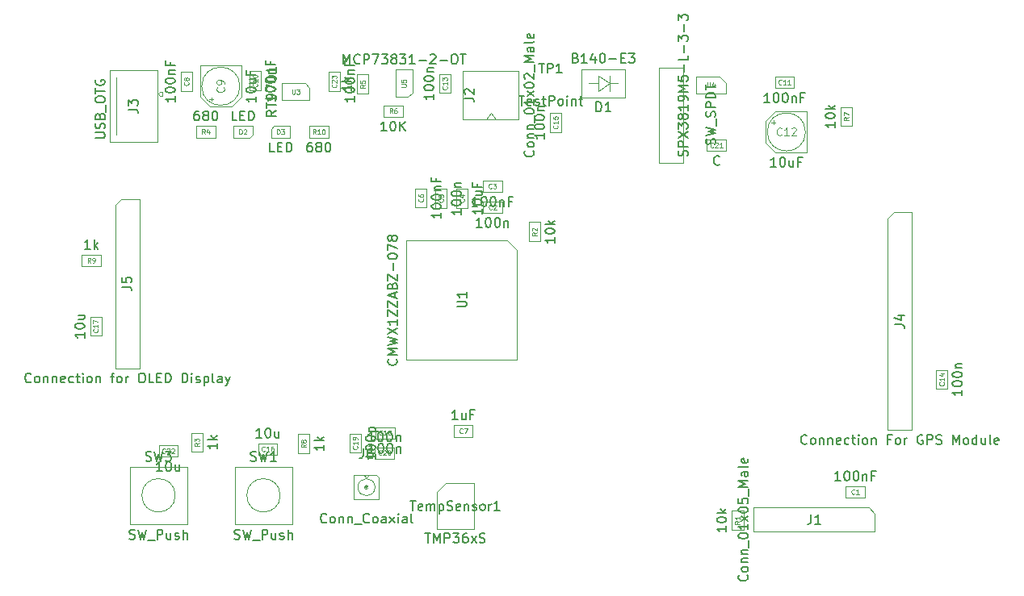
<source format=gbr>
G04 #@! TF.GenerationSoftware,KiCad,Pcbnew,(5.1.5)-3*
G04 #@! TF.CreationDate,2020-02-14T11:51:11+01:00*
G04 #@! TF.ProjectId,Lab_1,4c61625f-312e-46b6-9963-61645f706362,rev?*
G04 #@! TF.SameCoordinates,Original*
G04 #@! TF.FileFunction,Other,Fab,Top*
%FSLAX46Y46*%
G04 Gerber Fmt 4.6, Leading zero omitted, Abs format (unit mm)*
G04 Created by KiCad (PCBNEW (5.1.5)-3) date 2020-02-14 11:51:11*
%MOMM*%
%LPD*%
G04 APERTURE LIST*
%ADD10C,0.100000*%
%ADD11C,0.120000*%
%ADD12C,0.150000*%
%ADD13C,0.080000*%
%ADD14C,0.075000*%
G04 APERTURE END LIST*
D10*
X87775000Y-104600000D02*
X85775000Y-104600000D01*
X87775000Y-103400000D02*
X87775000Y-104600000D01*
X85775000Y-103400000D02*
X87775000Y-103400000D01*
X85775000Y-104600000D02*
X85775000Y-103400000D01*
X73925000Y-103400000D02*
X75925000Y-103400000D01*
X73925000Y-104600000D02*
X73925000Y-103400000D01*
X75925000Y-104600000D02*
X73925000Y-104600000D01*
X75925000Y-103400000D02*
X75925000Y-104600000D01*
X89000000Y-97700000D02*
X89000000Y-99700000D01*
X87800000Y-97700000D02*
X89000000Y-97700000D01*
X87800000Y-99700000D02*
X87800000Y-97700000D01*
X89000000Y-99700000D02*
X87800000Y-99700000D01*
X83775000Y-104600000D02*
X83775000Y-103400000D01*
X81775000Y-104600000D02*
X83775000Y-104600000D01*
X81775000Y-103700000D02*
X81775000Y-104600000D01*
X82075000Y-103400000D02*
X81775000Y-103700000D01*
X83775000Y-103400000D02*
X82075000Y-103400000D01*
X77825000Y-103400000D02*
X77825000Y-104600000D01*
X79825000Y-103400000D02*
X77825000Y-103400000D01*
X79825000Y-104300000D02*
X79825000Y-103400000D01*
X79525000Y-104600000D02*
X79825000Y-104300000D01*
X77825000Y-104600000D02*
X79525000Y-104600000D01*
X71725714Y-142150000D02*
G75*
G03X71725714Y-142150000I-1750714J0D01*
G01*
X72975000Y-139150000D02*
X66975000Y-139150000D01*
X72975000Y-145150000D02*
X72975000Y-139150000D01*
X66975000Y-145150000D02*
X72975000Y-145150000D01*
X66975000Y-139150000D02*
X66975000Y-145150000D01*
X74600000Y-135575000D02*
X74600000Y-137575000D01*
X73400000Y-135575000D02*
X74600000Y-135575000D01*
X73400000Y-137575000D02*
X73400000Y-135575000D01*
X74600000Y-137575000D02*
X73400000Y-137575000D01*
X72000000Y-138100000D02*
X70000000Y-138100000D01*
X72000000Y-136900000D02*
X72000000Y-138100000D01*
X70000000Y-136900000D02*
X72000000Y-136900000D01*
X70000000Y-138100000D02*
X70000000Y-136900000D01*
X99400000Y-97900000D02*
X100600000Y-97900000D01*
X100600000Y-97900000D02*
X100600000Y-99900000D01*
X100600000Y-99900000D02*
X99400000Y-99900000D01*
X99400000Y-99900000D02*
X99400000Y-97900000D01*
X152700000Y-128975000D02*
X152700000Y-130975000D01*
X151500000Y-128975000D02*
X152700000Y-128975000D01*
X151500000Y-130975000D02*
X151500000Y-128975000D01*
X152700000Y-130975000D02*
X151500000Y-130975000D01*
X111000000Y-104000000D02*
X111000000Y-102000000D01*
X112200000Y-104000000D02*
X111000000Y-104000000D01*
X112200000Y-102000000D02*
X112200000Y-104000000D01*
X111000000Y-102000000D02*
X112200000Y-102000000D01*
X82425000Y-136700000D02*
X82425000Y-137900000D01*
X82425000Y-137900000D02*
X80425000Y-137900000D01*
X80425000Y-137900000D02*
X80425000Y-136700000D01*
X80425000Y-136700000D02*
X82425000Y-136700000D01*
X62800000Y-123400000D02*
X64000000Y-123400000D01*
X64000000Y-123400000D02*
X64000000Y-125400000D01*
X64000000Y-125400000D02*
X62800000Y-125400000D01*
X62800000Y-125400000D02*
X62800000Y-123400000D01*
X94725000Y-136200000D02*
X92725000Y-136200000D01*
X94725000Y-135000000D02*
X94725000Y-136200000D01*
X92725000Y-135000000D02*
X94725000Y-135000000D01*
X92725000Y-136200000D02*
X92725000Y-135000000D01*
X91200000Y-137675000D02*
X90000000Y-137675000D01*
X90000000Y-137675000D02*
X90000000Y-135675000D01*
X90000000Y-135675000D02*
X91200000Y-135675000D01*
X91200000Y-135675000D02*
X91200000Y-137675000D01*
X92675000Y-137100000D02*
X94675000Y-137100000D01*
X92675000Y-138300000D02*
X92675000Y-137100000D01*
X94675000Y-138300000D02*
X92675000Y-138300000D01*
X94675000Y-137100000D02*
X94675000Y-138300000D01*
X127475000Y-106000000D02*
X127475000Y-104800000D01*
X127475000Y-104800000D02*
X129475000Y-104800000D01*
X129475000Y-104800000D02*
X129475000Y-106000000D01*
X129475000Y-106000000D02*
X127475000Y-106000000D01*
X114300000Y-97400000D02*
X118900000Y-97400000D01*
X118900000Y-97400000D02*
X118900000Y-100400000D01*
X114300000Y-100400000D02*
X114300000Y-97400000D01*
X114300000Y-100400000D02*
X118900000Y-100400000D01*
X117249440Y-98898980D02*
X118151140Y-98898980D01*
X116098820Y-98898980D02*
X115100600Y-98898980D01*
X117249440Y-99699080D02*
X117249440Y-98098880D01*
X116098820Y-98149680D02*
X116098820Y-99699080D01*
X117249440Y-98898980D02*
X116098820Y-98149680D01*
X117249440Y-98898980D02*
X116098820Y-99699080D01*
X101880000Y-102670000D02*
X107680000Y-102670000D01*
X107680000Y-102670000D02*
X107680000Y-97590000D01*
X107680000Y-97590000D02*
X101880000Y-97590000D01*
X101880000Y-97590000D02*
X101880000Y-102670000D01*
X104300000Y-102670000D02*
X104800000Y-101962893D01*
X104800000Y-101962893D02*
X105300000Y-102670000D01*
X147065000Y-112430000D02*
X148970000Y-112430000D01*
X148970000Y-112430000D02*
X148970000Y-135290000D01*
X148970000Y-135290000D02*
X146430000Y-135290000D01*
X146430000Y-135290000D02*
X146430000Y-113065000D01*
X146430000Y-113065000D02*
X147065000Y-112430000D01*
X66065000Y-111030000D02*
X67970000Y-111030000D01*
X67970000Y-111030000D02*
X67970000Y-128810000D01*
X67970000Y-128810000D02*
X65430000Y-128810000D01*
X65430000Y-128810000D02*
X65430000Y-111665000D01*
X65430000Y-111665000D02*
X66065000Y-111030000D01*
X91775000Y-140300000D02*
X91475000Y-140000000D01*
X92075000Y-140000000D02*
X91775000Y-140300000D01*
X91825000Y-141300000D02*
G75*
G03X91825000Y-141300000I-50000J0D01*
G01*
X91900000Y-141300000D02*
G75*
G03X91900000Y-141300000I-125000J0D01*
G01*
X92675000Y-141300000D02*
G75*
G03X92675000Y-141300000I-900000J0D01*
G01*
X93075000Y-142600000D02*
X90475000Y-142600000D01*
X93075000Y-142600000D02*
X93075000Y-140300000D01*
X93075000Y-140300000D02*
X92775000Y-140000000D01*
X90475000Y-142600000D02*
X90475000Y-140000000D01*
X92775000Y-140000000D02*
X90475000Y-140000000D01*
X91975000Y-141300000D02*
G75*
G03X91975000Y-141300000I-200000J0D01*
G01*
X90800000Y-97975000D02*
X92000000Y-97975000D01*
X92000000Y-97975000D02*
X92000000Y-99975000D01*
X92000000Y-99975000D02*
X90800000Y-99975000D01*
X90800000Y-99975000D02*
X90800000Y-97975000D01*
X93575000Y-102400000D02*
X93575000Y-101200000D01*
X93575000Y-101200000D02*
X95575000Y-101200000D01*
X95575000Y-101200000D02*
X95575000Y-102400000D01*
X95575000Y-102400000D02*
X93575000Y-102400000D01*
X141500000Y-101375000D02*
X142700000Y-101375000D01*
X142700000Y-101375000D02*
X142700000Y-103375000D01*
X142700000Y-103375000D02*
X141500000Y-103375000D01*
X141500000Y-103375000D02*
X141500000Y-101375000D01*
X85800000Y-135725000D02*
X85800000Y-137725000D01*
X84600000Y-135725000D02*
X85800000Y-135725000D01*
X84600000Y-137725000D02*
X84600000Y-135725000D01*
X85800000Y-137725000D02*
X84600000Y-137725000D01*
X61925000Y-116900000D02*
X63925000Y-116900000D01*
X61925000Y-118100000D02*
X61925000Y-116900000D01*
X63925000Y-118100000D02*
X61925000Y-118100000D01*
X63925000Y-116900000D02*
X63925000Y-118100000D01*
X77975000Y-139150000D02*
X77975000Y-145150000D01*
X77975000Y-145150000D02*
X83975000Y-145150000D01*
X83975000Y-145150000D02*
X83975000Y-139150000D01*
X83975000Y-139150000D02*
X77975000Y-139150000D01*
X82725714Y-142150000D02*
G75*
G03X82725714Y-142150000I-1750714J0D01*
G01*
D11*
X122450000Y-107240000D02*
X124950000Y-107240000D01*
X124950000Y-107240000D02*
X124950000Y-97240000D01*
X124950000Y-97240000D02*
X122450000Y-97240000D01*
X122450000Y-107240000D02*
X122450000Y-97240000D01*
D10*
X100120000Y-140825000D02*
X103045000Y-140825000D01*
X103045000Y-140825000D02*
X103045000Y-145725000D01*
X103045000Y-145725000D02*
X99145000Y-145725000D01*
X99145000Y-145725000D02*
X99145000Y-141800000D01*
X99145000Y-141800000D02*
X100120000Y-140825000D01*
X85800000Y-100670000D02*
X82900000Y-100670000D01*
X82900000Y-100670000D02*
X82900000Y-98910000D01*
X85350000Y-98910000D02*
X82900000Y-98910000D01*
X85800000Y-100670000D02*
X85800000Y-99360000D01*
X85350000Y-98910000D02*
X85800000Y-99360000D01*
X128800000Y-98200000D02*
X129450000Y-98850000D01*
X129450000Y-100000000D02*
X129450000Y-98850000D01*
X128800000Y-98200000D02*
X126350000Y-98200000D01*
X126350000Y-100000000D02*
X126350000Y-98200000D01*
X129450000Y-100000000D02*
X126350000Y-100000000D01*
X96580000Y-99900000D02*
X96130000Y-100350000D01*
X94820000Y-100350000D02*
X96130000Y-100350000D01*
X96580000Y-99900000D02*
X96580000Y-97450000D01*
X94820000Y-97450000D02*
X96580000Y-97450000D01*
X94820000Y-100350000D02*
X94820000Y-97450000D01*
X144025000Y-141200000D02*
X144025000Y-142400000D01*
X144025000Y-142400000D02*
X142025000Y-142400000D01*
X142025000Y-142400000D02*
X142025000Y-141200000D01*
X142025000Y-141200000D02*
X144025000Y-141200000D01*
X106000000Y-112500000D02*
X104000000Y-112500000D01*
X106000000Y-111300000D02*
X106000000Y-112500000D01*
X104000000Y-111300000D02*
X106000000Y-111300000D01*
X104000000Y-112500000D02*
X104000000Y-111300000D01*
X105975000Y-110300000D02*
X103975000Y-110300000D01*
X105975000Y-109100000D02*
X105975000Y-110300000D01*
X103975000Y-109100000D02*
X105975000Y-109100000D01*
X103975000Y-110300000D02*
X103975000Y-109100000D01*
X102400000Y-111975000D02*
X101200000Y-111975000D01*
X101200000Y-111975000D02*
X101200000Y-109975000D01*
X101200000Y-109975000D02*
X102400000Y-109975000D01*
X102400000Y-109975000D02*
X102400000Y-111975000D01*
X100200000Y-109975000D02*
X100200000Y-111975000D01*
X99000000Y-109975000D02*
X100200000Y-109975000D01*
X99000000Y-111975000D02*
X99000000Y-109975000D01*
X100200000Y-111975000D02*
X99000000Y-111975000D01*
X98100000Y-111925000D02*
X96900000Y-111925000D01*
X96900000Y-111925000D02*
X96900000Y-109925000D01*
X96900000Y-109925000D02*
X98100000Y-109925000D01*
X98100000Y-109925000D02*
X98100000Y-111925000D01*
X100925000Y-134800000D02*
X102925000Y-134800000D01*
X100925000Y-136000000D02*
X100925000Y-134800000D01*
X102925000Y-136000000D02*
X100925000Y-136000000D01*
X102925000Y-134800000D02*
X102925000Y-136000000D01*
X72300000Y-97700000D02*
X73500000Y-97700000D01*
X73500000Y-97700000D02*
X73500000Y-99700000D01*
X73500000Y-99700000D02*
X72300000Y-99700000D01*
X72300000Y-99700000D02*
X72300000Y-97700000D01*
X75300000Y-100574773D02*
X75700000Y-100574773D01*
X75500000Y-100774773D02*
X75500000Y-100374773D01*
X77650000Y-101350000D02*
X78650000Y-100350000D01*
X75350000Y-101350000D02*
X74350000Y-100350000D01*
X75350000Y-101350000D02*
X77650000Y-101350000D01*
X78650000Y-100350000D02*
X78650000Y-97050000D01*
X74350000Y-100350000D02*
X74350000Y-97050000D01*
X74350000Y-97050000D02*
X78650000Y-97050000D01*
X78500000Y-99200000D02*
G75*
G03X78500000Y-99200000I-2000000J0D01*
G01*
X80700000Y-99625000D02*
X79500000Y-99625000D01*
X79500000Y-99625000D02*
X79500000Y-97625000D01*
X79500000Y-97625000D02*
X80700000Y-97625000D01*
X80700000Y-97625000D02*
X80700000Y-99625000D01*
X136600000Y-99400000D02*
X134600000Y-99400000D01*
X136600000Y-98200000D02*
X136600000Y-99400000D01*
X134600000Y-98200000D02*
X136600000Y-98200000D01*
X134600000Y-99400000D02*
X134600000Y-98200000D01*
X137800000Y-104000000D02*
G75*
G03X137800000Y-104000000I-2000000J0D01*
G01*
X137950000Y-101850000D02*
X137950000Y-106150000D01*
X134650000Y-101850000D02*
X137950000Y-101850000D01*
X134650000Y-106150000D02*
X137950000Y-106150000D01*
X133650000Y-102850000D02*
X133650000Y-105150000D01*
X133650000Y-102850000D02*
X134650000Y-101850000D01*
X133650000Y-105150000D02*
X134650000Y-106150000D01*
X134225227Y-103000000D02*
X134625227Y-103000000D01*
X134425227Y-102800000D02*
X134425227Y-103200000D01*
X145070000Y-144065000D02*
X145070000Y-145970000D01*
X145070000Y-145970000D02*
X132370000Y-145970000D01*
X132370000Y-145970000D02*
X132370000Y-143430000D01*
X132370000Y-143430000D02*
X144435000Y-143430000D01*
X144435000Y-143430000D02*
X145070000Y-144065000D01*
X64850000Y-105050000D02*
X69850000Y-105050000D01*
X65548296Y-98300000D02*
X65548296Y-104300000D01*
X64848296Y-97550000D02*
X64848296Y-105050000D01*
X69850000Y-97550000D02*
X69850000Y-105050000D01*
X64850000Y-97550000D02*
X69850000Y-97550000D01*
X69950000Y-100000000D02*
X70150000Y-99800000D01*
X70150000Y-100200000D02*
X69950000Y-100000000D01*
X70360000Y-99800000D02*
X70360000Y-100200000D01*
X70360000Y-99800000D02*
X70150000Y-99800000D01*
X70360000Y-100200000D02*
X70150000Y-100200000D01*
X130100000Y-145775000D02*
X130100000Y-143775000D01*
X131300000Y-145775000D02*
X130100000Y-145775000D01*
X131300000Y-143775000D02*
X131300000Y-145775000D01*
X130100000Y-143775000D02*
X131300000Y-143775000D01*
X110000000Y-115475000D02*
X108800000Y-115475000D01*
X108800000Y-115475000D02*
X108800000Y-113475000D01*
X108800000Y-113475000D02*
X110000000Y-113475000D01*
X110000000Y-113475000D02*
X110000000Y-115475000D01*
X107550000Y-116420000D02*
X107550000Y-127920000D01*
X107550000Y-127920000D02*
X95950000Y-127920000D01*
X95950000Y-115420000D02*
X95950000Y-127920000D01*
X106550000Y-115410000D02*
X95950000Y-115410000D01*
X107550000Y-116420000D02*
X106550000Y-115420000D01*
D12*
X86013095Y-105102380D02*
X85822619Y-105102380D01*
X85727380Y-105150000D01*
X85679761Y-105197619D01*
X85584523Y-105340476D01*
X85536904Y-105530952D01*
X85536904Y-105911904D01*
X85584523Y-106007142D01*
X85632142Y-106054761D01*
X85727380Y-106102380D01*
X85917857Y-106102380D01*
X86013095Y-106054761D01*
X86060714Y-106007142D01*
X86108333Y-105911904D01*
X86108333Y-105673809D01*
X86060714Y-105578571D01*
X86013095Y-105530952D01*
X85917857Y-105483333D01*
X85727380Y-105483333D01*
X85632142Y-105530952D01*
X85584523Y-105578571D01*
X85536904Y-105673809D01*
X86679761Y-105530952D02*
X86584523Y-105483333D01*
X86536904Y-105435714D01*
X86489285Y-105340476D01*
X86489285Y-105292857D01*
X86536904Y-105197619D01*
X86584523Y-105150000D01*
X86679761Y-105102380D01*
X86870238Y-105102380D01*
X86965476Y-105150000D01*
X87013095Y-105197619D01*
X87060714Y-105292857D01*
X87060714Y-105340476D01*
X87013095Y-105435714D01*
X86965476Y-105483333D01*
X86870238Y-105530952D01*
X86679761Y-105530952D01*
X86584523Y-105578571D01*
X86536904Y-105626190D01*
X86489285Y-105721428D01*
X86489285Y-105911904D01*
X86536904Y-106007142D01*
X86584523Y-106054761D01*
X86679761Y-106102380D01*
X86870238Y-106102380D01*
X86965476Y-106054761D01*
X87013095Y-106007142D01*
X87060714Y-105911904D01*
X87060714Y-105721428D01*
X87013095Y-105626190D01*
X86965476Y-105578571D01*
X86870238Y-105530952D01*
X87679761Y-105102380D02*
X87775000Y-105102380D01*
X87870238Y-105150000D01*
X87917857Y-105197619D01*
X87965476Y-105292857D01*
X88013095Y-105483333D01*
X88013095Y-105721428D01*
X87965476Y-105911904D01*
X87917857Y-106007142D01*
X87870238Y-106054761D01*
X87775000Y-106102380D01*
X87679761Y-106102380D01*
X87584523Y-106054761D01*
X87536904Y-106007142D01*
X87489285Y-105911904D01*
X87441666Y-105721428D01*
X87441666Y-105483333D01*
X87489285Y-105292857D01*
X87536904Y-105197619D01*
X87584523Y-105150000D01*
X87679761Y-105102380D01*
D13*
X86453571Y-104226190D02*
X86286904Y-103988095D01*
X86167857Y-104226190D02*
X86167857Y-103726190D01*
X86358333Y-103726190D01*
X86405952Y-103750000D01*
X86429761Y-103773809D01*
X86453571Y-103821428D01*
X86453571Y-103892857D01*
X86429761Y-103940476D01*
X86405952Y-103964285D01*
X86358333Y-103988095D01*
X86167857Y-103988095D01*
X86929761Y-104226190D02*
X86644047Y-104226190D01*
X86786904Y-104226190D02*
X86786904Y-103726190D01*
X86739285Y-103797619D01*
X86691666Y-103845238D01*
X86644047Y-103869047D01*
X87239285Y-103726190D02*
X87286904Y-103726190D01*
X87334523Y-103750000D01*
X87358333Y-103773809D01*
X87382142Y-103821428D01*
X87405952Y-103916666D01*
X87405952Y-104035714D01*
X87382142Y-104130952D01*
X87358333Y-104178571D01*
X87334523Y-104202380D01*
X87286904Y-104226190D01*
X87239285Y-104226190D01*
X87191666Y-104202380D01*
X87167857Y-104178571D01*
X87144047Y-104130952D01*
X87120238Y-104035714D01*
X87120238Y-103916666D01*
X87144047Y-103821428D01*
X87167857Y-103773809D01*
X87191666Y-103750000D01*
X87239285Y-103726190D01*
D12*
X74163095Y-101802380D02*
X73972619Y-101802380D01*
X73877380Y-101850000D01*
X73829761Y-101897619D01*
X73734523Y-102040476D01*
X73686904Y-102230952D01*
X73686904Y-102611904D01*
X73734523Y-102707142D01*
X73782142Y-102754761D01*
X73877380Y-102802380D01*
X74067857Y-102802380D01*
X74163095Y-102754761D01*
X74210714Y-102707142D01*
X74258333Y-102611904D01*
X74258333Y-102373809D01*
X74210714Y-102278571D01*
X74163095Y-102230952D01*
X74067857Y-102183333D01*
X73877380Y-102183333D01*
X73782142Y-102230952D01*
X73734523Y-102278571D01*
X73686904Y-102373809D01*
X74829761Y-102230952D02*
X74734523Y-102183333D01*
X74686904Y-102135714D01*
X74639285Y-102040476D01*
X74639285Y-101992857D01*
X74686904Y-101897619D01*
X74734523Y-101850000D01*
X74829761Y-101802380D01*
X75020238Y-101802380D01*
X75115476Y-101850000D01*
X75163095Y-101897619D01*
X75210714Y-101992857D01*
X75210714Y-102040476D01*
X75163095Y-102135714D01*
X75115476Y-102183333D01*
X75020238Y-102230952D01*
X74829761Y-102230952D01*
X74734523Y-102278571D01*
X74686904Y-102326190D01*
X74639285Y-102421428D01*
X74639285Y-102611904D01*
X74686904Y-102707142D01*
X74734523Y-102754761D01*
X74829761Y-102802380D01*
X75020238Y-102802380D01*
X75115476Y-102754761D01*
X75163095Y-102707142D01*
X75210714Y-102611904D01*
X75210714Y-102421428D01*
X75163095Y-102326190D01*
X75115476Y-102278571D01*
X75020238Y-102230952D01*
X75829761Y-101802380D02*
X75925000Y-101802380D01*
X76020238Y-101850000D01*
X76067857Y-101897619D01*
X76115476Y-101992857D01*
X76163095Y-102183333D01*
X76163095Y-102421428D01*
X76115476Y-102611904D01*
X76067857Y-102707142D01*
X76020238Y-102754761D01*
X75925000Y-102802380D01*
X75829761Y-102802380D01*
X75734523Y-102754761D01*
X75686904Y-102707142D01*
X75639285Y-102611904D01*
X75591666Y-102421428D01*
X75591666Y-102183333D01*
X75639285Y-101992857D01*
X75686904Y-101897619D01*
X75734523Y-101850000D01*
X75829761Y-101802380D01*
D13*
X74841666Y-104226190D02*
X74675000Y-103988095D01*
X74555952Y-104226190D02*
X74555952Y-103726190D01*
X74746428Y-103726190D01*
X74794047Y-103750000D01*
X74817857Y-103773809D01*
X74841666Y-103821428D01*
X74841666Y-103892857D01*
X74817857Y-103940476D01*
X74794047Y-103964285D01*
X74746428Y-103988095D01*
X74555952Y-103988095D01*
X75270238Y-103892857D02*
X75270238Y-104226190D01*
X75151190Y-103702380D02*
X75032142Y-104059523D01*
X75341666Y-104059523D01*
D12*
X90502380Y-100247619D02*
X90502380Y-100819047D01*
X90502380Y-100533333D02*
X89502380Y-100533333D01*
X89645238Y-100628571D01*
X89740476Y-100723809D01*
X89788095Y-100819047D01*
X89502380Y-99628571D02*
X89502380Y-99533333D01*
X89550000Y-99438095D01*
X89597619Y-99390476D01*
X89692857Y-99342857D01*
X89883333Y-99295238D01*
X90121428Y-99295238D01*
X90311904Y-99342857D01*
X90407142Y-99390476D01*
X90454761Y-99438095D01*
X90502380Y-99533333D01*
X90502380Y-99628571D01*
X90454761Y-99723809D01*
X90407142Y-99771428D01*
X90311904Y-99819047D01*
X90121428Y-99866666D01*
X89883333Y-99866666D01*
X89692857Y-99819047D01*
X89597619Y-99771428D01*
X89550000Y-99723809D01*
X89502380Y-99628571D01*
X89502380Y-98676190D02*
X89502380Y-98580952D01*
X89550000Y-98485714D01*
X89597619Y-98438095D01*
X89692857Y-98390476D01*
X89883333Y-98342857D01*
X90121428Y-98342857D01*
X90311904Y-98390476D01*
X90407142Y-98438095D01*
X90454761Y-98485714D01*
X90502380Y-98580952D01*
X90502380Y-98676190D01*
X90454761Y-98771428D01*
X90407142Y-98819047D01*
X90311904Y-98866666D01*
X90121428Y-98914285D01*
X89883333Y-98914285D01*
X89692857Y-98866666D01*
X89597619Y-98819047D01*
X89550000Y-98771428D01*
X89502380Y-98676190D01*
X89835714Y-97914285D02*
X90502380Y-97914285D01*
X89930952Y-97914285D02*
X89883333Y-97866666D01*
X89835714Y-97771428D01*
X89835714Y-97628571D01*
X89883333Y-97533333D01*
X89978571Y-97485714D01*
X90502380Y-97485714D01*
X89978571Y-96676190D02*
X89978571Y-97009523D01*
X90502380Y-97009523D02*
X89502380Y-97009523D01*
X89502380Y-96533333D01*
D13*
X88578571Y-99021428D02*
X88602380Y-99045238D01*
X88626190Y-99116666D01*
X88626190Y-99164285D01*
X88602380Y-99235714D01*
X88554761Y-99283333D01*
X88507142Y-99307142D01*
X88411904Y-99330952D01*
X88340476Y-99330952D01*
X88245238Y-99307142D01*
X88197619Y-99283333D01*
X88150000Y-99235714D01*
X88126190Y-99164285D01*
X88126190Y-99116666D01*
X88150000Y-99045238D01*
X88173809Y-99021428D01*
X88173809Y-98830952D02*
X88150000Y-98807142D01*
X88126190Y-98759523D01*
X88126190Y-98640476D01*
X88150000Y-98592857D01*
X88173809Y-98569047D01*
X88221428Y-98545238D01*
X88269047Y-98545238D01*
X88340476Y-98569047D01*
X88626190Y-98854761D01*
X88626190Y-98545238D01*
X88126190Y-98378571D02*
X88126190Y-98069047D01*
X88316666Y-98235714D01*
X88316666Y-98164285D01*
X88340476Y-98116666D01*
X88364285Y-98092857D01*
X88411904Y-98069047D01*
X88530952Y-98069047D01*
X88578571Y-98092857D01*
X88602380Y-98116666D01*
X88626190Y-98164285D01*
X88626190Y-98307142D01*
X88602380Y-98354761D01*
X88578571Y-98378571D01*
D12*
X82132142Y-106102380D02*
X81655952Y-106102380D01*
X81655952Y-105102380D01*
X82465476Y-105578571D02*
X82798809Y-105578571D01*
X82941666Y-106102380D02*
X82465476Y-106102380D01*
X82465476Y-105102380D01*
X82941666Y-105102380D01*
X83370238Y-106102380D02*
X83370238Y-105102380D01*
X83608333Y-105102380D01*
X83751190Y-105150000D01*
X83846428Y-105245238D01*
X83894047Y-105340476D01*
X83941666Y-105530952D01*
X83941666Y-105673809D01*
X83894047Y-105864285D01*
X83846428Y-105959523D01*
X83751190Y-106054761D01*
X83608333Y-106102380D01*
X83370238Y-106102380D01*
D13*
X82405952Y-104226190D02*
X82405952Y-103726190D01*
X82525000Y-103726190D01*
X82596428Y-103750000D01*
X82644047Y-103797619D01*
X82667857Y-103845238D01*
X82691666Y-103940476D01*
X82691666Y-104011904D01*
X82667857Y-104107142D01*
X82644047Y-104154761D01*
X82596428Y-104202380D01*
X82525000Y-104226190D01*
X82405952Y-104226190D01*
X82858333Y-103726190D02*
X83167857Y-103726190D01*
X83001190Y-103916666D01*
X83072619Y-103916666D01*
X83120238Y-103940476D01*
X83144047Y-103964285D01*
X83167857Y-104011904D01*
X83167857Y-104130952D01*
X83144047Y-104178571D01*
X83120238Y-104202380D01*
X83072619Y-104226190D01*
X82929761Y-104226190D01*
X82882142Y-104202380D01*
X82858333Y-104178571D01*
D12*
X78182142Y-102802380D02*
X77705952Y-102802380D01*
X77705952Y-101802380D01*
X78515476Y-102278571D02*
X78848809Y-102278571D01*
X78991666Y-102802380D02*
X78515476Y-102802380D01*
X78515476Y-101802380D01*
X78991666Y-101802380D01*
X79420238Y-102802380D02*
X79420238Y-101802380D01*
X79658333Y-101802380D01*
X79801190Y-101850000D01*
X79896428Y-101945238D01*
X79944047Y-102040476D01*
X79991666Y-102230952D01*
X79991666Y-102373809D01*
X79944047Y-102564285D01*
X79896428Y-102659523D01*
X79801190Y-102754761D01*
X79658333Y-102802380D01*
X79420238Y-102802380D01*
D13*
X78455952Y-104226190D02*
X78455952Y-103726190D01*
X78575000Y-103726190D01*
X78646428Y-103750000D01*
X78694047Y-103797619D01*
X78717857Y-103845238D01*
X78741666Y-103940476D01*
X78741666Y-104011904D01*
X78717857Y-104107142D01*
X78694047Y-104154761D01*
X78646428Y-104202380D01*
X78575000Y-104226190D01*
X78455952Y-104226190D01*
X78932142Y-103773809D02*
X78955952Y-103750000D01*
X79003571Y-103726190D01*
X79122619Y-103726190D01*
X79170238Y-103750000D01*
X79194047Y-103773809D01*
X79217857Y-103821428D01*
X79217857Y-103869047D01*
X79194047Y-103940476D01*
X78908333Y-104226190D01*
X79217857Y-104226190D01*
D12*
X66927380Y-146704761D02*
X67070238Y-146752380D01*
X67308333Y-146752380D01*
X67403571Y-146704761D01*
X67451190Y-146657142D01*
X67498809Y-146561904D01*
X67498809Y-146466666D01*
X67451190Y-146371428D01*
X67403571Y-146323809D01*
X67308333Y-146276190D01*
X67117857Y-146228571D01*
X67022619Y-146180952D01*
X66975000Y-146133333D01*
X66927380Y-146038095D01*
X66927380Y-145942857D01*
X66975000Y-145847619D01*
X67022619Y-145800000D01*
X67117857Y-145752380D01*
X67355952Y-145752380D01*
X67498809Y-145800000D01*
X67832142Y-145752380D02*
X68070238Y-146752380D01*
X68260714Y-146038095D01*
X68451190Y-146752380D01*
X68689285Y-145752380D01*
X68832142Y-146847619D02*
X69594047Y-146847619D01*
X69832142Y-146752380D02*
X69832142Y-145752380D01*
X70213095Y-145752380D01*
X70308333Y-145800000D01*
X70355952Y-145847619D01*
X70403571Y-145942857D01*
X70403571Y-146085714D01*
X70355952Y-146180952D01*
X70308333Y-146228571D01*
X70213095Y-146276190D01*
X69832142Y-146276190D01*
X71260714Y-146085714D02*
X71260714Y-146752380D01*
X70832142Y-146085714D02*
X70832142Y-146609523D01*
X70879761Y-146704761D01*
X70975000Y-146752380D01*
X71117857Y-146752380D01*
X71213095Y-146704761D01*
X71260714Y-146657142D01*
X71689285Y-146704761D02*
X71784523Y-146752380D01*
X71975000Y-146752380D01*
X72070238Y-146704761D01*
X72117857Y-146609523D01*
X72117857Y-146561904D01*
X72070238Y-146466666D01*
X71975000Y-146419047D01*
X71832142Y-146419047D01*
X71736904Y-146371428D01*
X71689285Y-146276190D01*
X71689285Y-146228571D01*
X71736904Y-146133333D01*
X71832142Y-146085714D01*
X71975000Y-146085714D01*
X72070238Y-146133333D01*
X72546428Y-146752380D02*
X72546428Y-145752380D01*
X72975000Y-146752380D02*
X72975000Y-146228571D01*
X72927380Y-146133333D01*
X72832142Y-146085714D01*
X72689285Y-146085714D01*
X72594047Y-146133333D01*
X72546428Y-146180952D01*
X68641666Y-138504761D02*
X68784523Y-138552380D01*
X69022619Y-138552380D01*
X69117857Y-138504761D01*
X69165476Y-138457142D01*
X69213095Y-138361904D01*
X69213095Y-138266666D01*
X69165476Y-138171428D01*
X69117857Y-138123809D01*
X69022619Y-138076190D01*
X68832142Y-138028571D01*
X68736904Y-137980952D01*
X68689285Y-137933333D01*
X68641666Y-137838095D01*
X68641666Y-137742857D01*
X68689285Y-137647619D01*
X68736904Y-137600000D01*
X68832142Y-137552380D01*
X69070238Y-137552380D01*
X69213095Y-137600000D01*
X69546428Y-137552380D02*
X69784523Y-138552380D01*
X69975000Y-137838095D01*
X70165476Y-138552380D01*
X70403571Y-137552380D01*
X70689285Y-137552380D02*
X71308333Y-137552380D01*
X70975000Y-137933333D01*
X71117857Y-137933333D01*
X71213095Y-137980952D01*
X71260714Y-138028571D01*
X71308333Y-138123809D01*
X71308333Y-138361904D01*
X71260714Y-138457142D01*
X71213095Y-138504761D01*
X71117857Y-138552380D01*
X70832142Y-138552380D01*
X70736904Y-138504761D01*
X70689285Y-138457142D01*
X76102380Y-136694047D02*
X76102380Y-137265476D01*
X76102380Y-136979761D02*
X75102380Y-136979761D01*
X75245238Y-137075000D01*
X75340476Y-137170238D01*
X75388095Y-137265476D01*
X76102380Y-136265476D02*
X75102380Y-136265476D01*
X75721428Y-136170238D02*
X76102380Y-135884523D01*
X75435714Y-135884523D02*
X75816666Y-136265476D01*
D13*
X74226190Y-136658333D02*
X73988095Y-136825000D01*
X74226190Y-136944047D02*
X73726190Y-136944047D01*
X73726190Y-136753571D01*
X73750000Y-136705952D01*
X73773809Y-136682142D01*
X73821428Y-136658333D01*
X73892857Y-136658333D01*
X73940476Y-136682142D01*
X73964285Y-136705952D01*
X73988095Y-136753571D01*
X73988095Y-136944047D01*
X73726190Y-136491666D02*
X73726190Y-136182142D01*
X73916666Y-136348809D01*
X73916666Y-136277380D01*
X73940476Y-136229761D01*
X73964285Y-136205952D01*
X74011904Y-136182142D01*
X74130952Y-136182142D01*
X74178571Y-136205952D01*
X74202380Y-136229761D01*
X74226190Y-136277380D01*
X74226190Y-136420238D01*
X74202380Y-136467857D01*
X74178571Y-136491666D01*
D12*
X70357142Y-139602380D02*
X69785714Y-139602380D01*
X70071428Y-139602380D02*
X70071428Y-138602380D01*
X69976190Y-138745238D01*
X69880952Y-138840476D01*
X69785714Y-138888095D01*
X70976190Y-138602380D02*
X71071428Y-138602380D01*
X71166666Y-138650000D01*
X71214285Y-138697619D01*
X71261904Y-138792857D01*
X71309523Y-138983333D01*
X71309523Y-139221428D01*
X71261904Y-139411904D01*
X71214285Y-139507142D01*
X71166666Y-139554761D01*
X71071428Y-139602380D01*
X70976190Y-139602380D01*
X70880952Y-139554761D01*
X70833333Y-139507142D01*
X70785714Y-139411904D01*
X70738095Y-139221428D01*
X70738095Y-138983333D01*
X70785714Y-138792857D01*
X70833333Y-138697619D01*
X70880952Y-138650000D01*
X70976190Y-138602380D01*
X72166666Y-138935714D02*
X72166666Y-139602380D01*
X71738095Y-138935714D02*
X71738095Y-139459523D01*
X71785714Y-139554761D01*
X71880952Y-139602380D01*
X72023809Y-139602380D01*
X72119047Y-139554761D01*
X72166666Y-139507142D01*
D13*
X70678571Y-137678571D02*
X70654761Y-137702380D01*
X70583333Y-137726190D01*
X70535714Y-137726190D01*
X70464285Y-137702380D01*
X70416666Y-137654761D01*
X70392857Y-137607142D01*
X70369047Y-137511904D01*
X70369047Y-137440476D01*
X70392857Y-137345238D01*
X70416666Y-137297619D01*
X70464285Y-137250000D01*
X70535714Y-137226190D01*
X70583333Y-137226190D01*
X70654761Y-137250000D01*
X70678571Y-137273809D01*
X70869047Y-137273809D02*
X70892857Y-137250000D01*
X70940476Y-137226190D01*
X71059523Y-137226190D01*
X71107142Y-137250000D01*
X71130952Y-137273809D01*
X71154761Y-137321428D01*
X71154761Y-137369047D01*
X71130952Y-137440476D01*
X70845238Y-137726190D01*
X71154761Y-137726190D01*
X71345238Y-137273809D02*
X71369047Y-137250000D01*
X71416666Y-137226190D01*
X71535714Y-137226190D01*
X71583333Y-137250000D01*
X71607142Y-137273809D01*
X71630952Y-137321428D01*
X71630952Y-137369047D01*
X71607142Y-137440476D01*
X71321428Y-137726190D01*
X71630952Y-137726190D01*
D12*
X98802380Y-100019047D02*
X98802380Y-100590476D01*
X98802380Y-100304761D02*
X97802380Y-100304761D01*
X97945238Y-100400000D01*
X98040476Y-100495238D01*
X98088095Y-100590476D01*
X97802380Y-99400000D02*
X97802380Y-99304761D01*
X97850000Y-99209523D01*
X97897619Y-99161904D01*
X97992857Y-99114285D01*
X98183333Y-99066666D01*
X98421428Y-99066666D01*
X98611904Y-99114285D01*
X98707142Y-99161904D01*
X98754761Y-99209523D01*
X98802380Y-99304761D01*
X98802380Y-99400000D01*
X98754761Y-99495238D01*
X98707142Y-99542857D01*
X98611904Y-99590476D01*
X98421428Y-99638095D01*
X98183333Y-99638095D01*
X97992857Y-99590476D01*
X97897619Y-99542857D01*
X97850000Y-99495238D01*
X97802380Y-99400000D01*
X97802380Y-98447619D02*
X97802380Y-98352380D01*
X97850000Y-98257142D01*
X97897619Y-98209523D01*
X97992857Y-98161904D01*
X98183333Y-98114285D01*
X98421428Y-98114285D01*
X98611904Y-98161904D01*
X98707142Y-98209523D01*
X98754761Y-98257142D01*
X98802380Y-98352380D01*
X98802380Y-98447619D01*
X98754761Y-98542857D01*
X98707142Y-98590476D01*
X98611904Y-98638095D01*
X98421428Y-98685714D01*
X98183333Y-98685714D01*
X97992857Y-98638095D01*
X97897619Y-98590476D01*
X97850000Y-98542857D01*
X97802380Y-98447619D01*
X98135714Y-97685714D02*
X98802380Y-97685714D01*
X98230952Y-97685714D02*
X98183333Y-97638095D01*
X98135714Y-97542857D01*
X98135714Y-97400000D01*
X98183333Y-97304761D01*
X98278571Y-97257142D01*
X98802380Y-97257142D01*
D13*
X100178571Y-99221428D02*
X100202380Y-99245238D01*
X100226190Y-99316666D01*
X100226190Y-99364285D01*
X100202380Y-99435714D01*
X100154761Y-99483333D01*
X100107142Y-99507142D01*
X100011904Y-99530952D01*
X99940476Y-99530952D01*
X99845238Y-99507142D01*
X99797619Y-99483333D01*
X99750000Y-99435714D01*
X99726190Y-99364285D01*
X99726190Y-99316666D01*
X99750000Y-99245238D01*
X99773809Y-99221428D01*
X100226190Y-98745238D02*
X100226190Y-99030952D01*
X100226190Y-98888095D02*
X99726190Y-98888095D01*
X99797619Y-98935714D01*
X99845238Y-98983333D01*
X99869047Y-99030952D01*
X99726190Y-98578571D02*
X99726190Y-98269047D01*
X99916666Y-98435714D01*
X99916666Y-98364285D01*
X99940476Y-98316666D01*
X99964285Y-98292857D01*
X100011904Y-98269047D01*
X100130952Y-98269047D01*
X100178571Y-98292857D01*
X100202380Y-98316666D01*
X100226190Y-98364285D01*
X100226190Y-98507142D01*
X100202380Y-98554761D01*
X100178571Y-98578571D01*
D12*
X154202380Y-131094047D02*
X154202380Y-131665476D01*
X154202380Y-131379761D02*
X153202380Y-131379761D01*
X153345238Y-131475000D01*
X153440476Y-131570238D01*
X153488095Y-131665476D01*
X153202380Y-130475000D02*
X153202380Y-130379761D01*
X153250000Y-130284523D01*
X153297619Y-130236904D01*
X153392857Y-130189285D01*
X153583333Y-130141666D01*
X153821428Y-130141666D01*
X154011904Y-130189285D01*
X154107142Y-130236904D01*
X154154761Y-130284523D01*
X154202380Y-130379761D01*
X154202380Y-130475000D01*
X154154761Y-130570238D01*
X154107142Y-130617857D01*
X154011904Y-130665476D01*
X153821428Y-130713095D01*
X153583333Y-130713095D01*
X153392857Y-130665476D01*
X153297619Y-130617857D01*
X153250000Y-130570238D01*
X153202380Y-130475000D01*
X153202380Y-129522619D02*
X153202380Y-129427380D01*
X153250000Y-129332142D01*
X153297619Y-129284523D01*
X153392857Y-129236904D01*
X153583333Y-129189285D01*
X153821428Y-129189285D01*
X154011904Y-129236904D01*
X154107142Y-129284523D01*
X154154761Y-129332142D01*
X154202380Y-129427380D01*
X154202380Y-129522619D01*
X154154761Y-129617857D01*
X154107142Y-129665476D01*
X154011904Y-129713095D01*
X153821428Y-129760714D01*
X153583333Y-129760714D01*
X153392857Y-129713095D01*
X153297619Y-129665476D01*
X153250000Y-129617857D01*
X153202380Y-129522619D01*
X153535714Y-128760714D02*
X154202380Y-128760714D01*
X153630952Y-128760714D02*
X153583333Y-128713095D01*
X153535714Y-128617857D01*
X153535714Y-128475000D01*
X153583333Y-128379761D01*
X153678571Y-128332142D01*
X154202380Y-128332142D01*
D13*
X152278571Y-130296428D02*
X152302380Y-130320238D01*
X152326190Y-130391666D01*
X152326190Y-130439285D01*
X152302380Y-130510714D01*
X152254761Y-130558333D01*
X152207142Y-130582142D01*
X152111904Y-130605952D01*
X152040476Y-130605952D01*
X151945238Y-130582142D01*
X151897619Y-130558333D01*
X151850000Y-130510714D01*
X151826190Y-130439285D01*
X151826190Y-130391666D01*
X151850000Y-130320238D01*
X151873809Y-130296428D01*
X152326190Y-129820238D02*
X152326190Y-130105952D01*
X152326190Y-129963095D02*
X151826190Y-129963095D01*
X151897619Y-130010714D01*
X151945238Y-130058333D01*
X151969047Y-130105952D01*
X151992857Y-129391666D02*
X152326190Y-129391666D01*
X151802380Y-129510714D02*
X152159523Y-129629761D01*
X152159523Y-129320238D01*
D12*
X110402380Y-104119047D02*
X110402380Y-104690476D01*
X110402380Y-104404761D02*
X109402380Y-104404761D01*
X109545238Y-104500000D01*
X109640476Y-104595238D01*
X109688095Y-104690476D01*
X109402380Y-103500000D02*
X109402380Y-103404761D01*
X109450000Y-103309523D01*
X109497619Y-103261904D01*
X109592857Y-103214285D01*
X109783333Y-103166666D01*
X110021428Y-103166666D01*
X110211904Y-103214285D01*
X110307142Y-103261904D01*
X110354761Y-103309523D01*
X110402380Y-103404761D01*
X110402380Y-103500000D01*
X110354761Y-103595238D01*
X110307142Y-103642857D01*
X110211904Y-103690476D01*
X110021428Y-103738095D01*
X109783333Y-103738095D01*
X109592857Y-103690476D01*
X109497619Y-103642857D01*
X109450000Y-103595238D01*
X109402380Y-103500000D01*
X109402380Y-102547619D02*
X109402380Y-102452380D01*
X109450000Y-102357142D01*
X109497619Y-102309523D01*
X109592857Y-102261904D01*
X109783333Y-102214285D01*
X110021428Y-102214285D01*
X110211904Y-102261904D01*
X110307142Y-102309523D01*
X110354761Y-102357142D01*
X110402380Y-102452380D01*
X110402380Y-102547619D01*
X110354761Y-102642857D01*
X110307142Y-102690476D01*
X110211904Y-102738095D01*
X110021428Y-102785714D01*
X109783333Y-102785714D01*
X109592857Y-102738095D01*
X109497619Y-102690476D01*
X109450000Y-102642857D01*
X109402380Y-102547619D01*
X109735714Y-101785714D02*
X110402380Y-101785714D01*
X109830952Y-101785714D02*
X109783333Y-101738095D01*
X109735714Y-101642857D01*
X109735714Y-101500000D01*
X109783333Y-101404761D01*
X109878571Y-101357142D01*
X110402380Y-101357142D01*
D13*
X111778571Y-103321428D02*
X111802380Y-103345238D01*
X111826190Y-103416666D01*
X111826190Y-103464285D01*
X111802380Y-103535714D01*
X111754761Y-103583333D01*
X111707142Y-103607142D01*
X111611904Y-103630952D01*
X111540476Y-103630952D01*
X111445238Y-103607142D01*
X111397619Y-103583333D01*
X111350000Y-103535714D01*
X111326190Y-103464285D01*
X111326190Y-103416666D01*
X111350000Y-103345238D01*
X111373809Y-103321428D01*
X111826190Y-102845238D02*
X111826190Y-103130952D01*
X111826190Y-102988095D02*
X111326190Y-102988095D01*
X111397619Y-103035714D01*
X111445238Y-103083333D01*
X111469047Y-103130952D01*
X111326190Y-102392857D02*
X111326190Y-102630952D01*
X111564285Y-102654761D01*
X111540476Y-102630952D01*
X111516666Y-102583333D01*
X111516666Y-102464285D01*
X111540476Y-102416666D01*
X111564285Y-102392857D01*
X111611904Y-102369047D01*
X111730952Y-102369047D01*
X111778571Y-102392857D01*
X111802380Y-102416666D01*
X111826190Y-102464285D01*
X111826190Y-102583333D01*
X111802380Y-102630952D01*
X111778571Y-102654761D01*
D12*
X80782142Y-136102380D02*
X80210714Y-136102380D01*
X80496428Y-136102380D02*
X80496428Y-135102380D01*
X80401190Y-135245238D01*
X80305952Y-135340476D01*
X80210714Y-135388095D01*
X81401190Y-135102380D02*
X81496428Y-135102380D01*
X81591666Y-135150000D01*
X81639285Y-135197619D01*
X81686904Y-135292857D01*
X81734523Y-135483333D01*
X81734523Y-135721428D01*
X81686904Y-135911904D01*
X81639285Y-136007142D01*
X81591666Y-136054761D01*
X81496428Y-136102380D01*
X81401190Y-136102380D01*
X81305952Y-136054761D01*
X81258333Y-136007142D01*
X81210714Y-135911904D01*
X81163095Y-135721428D01*
X81163095Y-135483333D01*
X81210714Y-135292857D01*
X81258333Y-135197619D01*
X81305952Y-135150000D01*
X81401190Y-135102380D01*
X82591666Y-135435714D02*
X82591666Y-136102380D01*
X82163095Y-135435714D02*
X82163095Y-135959523D01*
X82210714Y-136054761D01*
X82305952Y-136102380D01*
X82448809Y-136102380D01*
X82544047Y-136054761D01*
X82591666Y-136007142D01*
D13*
X81103571Y-137478571D02*
X81079761Y-137502380D01*
X81008333Y-137526190D01*
X80960714Y-137526190D01*
X80889285Y-137502380D01*
X80841666Y-137454761D01*
X80817857Y-137407142D01*
X80794047Y-137311904D01*
X80794047Y-137240476D01*
X80817857Y-137145238D01*
X80841666Y-137097619D01*
X80889285Y-137050000D01*
X80960714Y-137026190D01*
X81008333Y-137026190D01*
X81079761Y-137050000D01*
X81103571Y-137073809D01*
X81579761Y-137526190D02*
X81294047Y-137526190D01*
X81436904Y-137526190D02*
X81436904Y-137026190D01*
X81389285Y-137097619D01*
X81341666Y-137145238D01*
X81294047Y-137169047D01*
X82008333Y-137026190D02*
X81913095Y-137026190D01*
X81865476Y-137050000D01*
X81841666Y-137073809D01*
X81794047Y-137145238D01*
X81770238Y-137240476D01*
X81770238Y-137430952D01*
X81794047Y-137478571D01*
X81817857Y-137502380D01*
X81865476Y-137526190D01*
X81960714Y-137526190D01*
X82008333Y-137502380D01*
X82032142Y-137478571D01*
X82055952Y-137430952D01*
X82055952Y-137311904D01*
X82032142Y-137264285D01*
X82008333Y-137240476D01*
X81960714Y-137216666D01*
X81865476Y-137216666D01*
X81817857Y-137240476D01*
X81794047Y-137264285D01*
X81770238Y-137311904D01*
D12*
X62202380Y-125042857D02*
X62202380Y-125614285D01*
X62202380Y-125328571D02*
X61202380Y-125328571D01*
X61345238Y-125423809D01*
X61440476Y-125519047D01*
X61488095Y-125614285D01*
X61202380Y-124423809D02*
X61202380Y-124328571D01*
X61250000Y-124233333D01*
X61297619Y-124185714D01*
X61392857Y-124138095D01*
X61583333Y-124090476D01*
X61821428Y-124090476D01*
X62011904Y-124138095D01*
X62107142Y-124185714D01*
X62154761Y-124233333D01*
X62202380Y-124328571D01*
X62202380Y-124423809D01*
X62154761Y-124519047D01*
X62107142Y-124566666D01*
X62011904Y-124614285D01*
X61821428Y-124661904D01*
X61583333Y-124661904D01*
X61392857Y-124614285D01*
X61297619Y-124566666D01*
X61250000Y-124519047D01*
X61202380Y-124423809D01*
X61535714Y-123233333D02*
X62202380Y-123233333D01*
X61535714Y-123661904D02*
X62059523Y-123661904D01*
X62154761Y-123614285D01*
X62202380Y-123519047D01*
X62202380Y-123376190D01*
X62154761Y-123280952D01*
X62107142Y-123233333D01*
D13*
X63578571Y-124721428D02*
X63602380Y-124745238D01*
X63626190Y-124816666D01*
X63626190Y-124864285D01*
X63602380Y-124935714D01*
X63554761Y-124983333D01*
X63507142Y-125007142D01*
X63411904Y-125030952D01*
X63340476Y-125030952D01*
X63245238Y-125007142D01*
X63197619Y-124983333D01*
X63150000Y-124935714D01*
X63126190Y-124864285D01*
X63126190Y-124816666D01*
X63150000Y-124745238D01*
X63173809Y-124721428D01*
X63626190Y-124245238D02*
X63626190Y-124530952D01*
X63626190Y-124388095D02*
X63126190Y-124388095D01*
X63197619Y-124435714D01*
X63245238Y-124483333D01*
X63269047Y-124530952D01*
X63126190Y-124078571D02*
X63126190Y-123745238D01*
X63626190Y-123959523D01*
D12*
X92605952Y-137702380D02*
X92034523Y-137702380D01*
X92320238Y-137702380D02*
X92320238Y-136702380D01*
X92225000Y-136845238D01*
X92129761Y-136940476D01*
X92034523Y-136988095D01*
X93225000Y-136702380D02*
X93320238Y-136702380D01*
X93415476Y-136750000D01*
X93463095Y-136797619D01*
X93510714Y-136892857D01*
X93558333Y-137083333D01*
X93558333Y-137321428D01*
X93510714Y-137511904D01*
X93463095Y-137607142D01*
X93415476Y-137654761D01*
X93320238Y-137702380D01*
X93225000Y-137702380D01*
X93129761Y-137654761D01*
X93082142Y-137607142D01*
X93034523Y-137511904D01*
X92986904Y-137321428D01*
X92986904Y-137083333D01*
X93034523Y-136892857D01*
X93082142Y-136797619D01*
X93129761Y-136750000D01*
X93225000Y-136702380D01*
X94177380Y-136702380D02*
X94272619Y-136702380D01*
X94367857Y-136750000D01*
X94415476Y-136797619D01*
X94463095Y-136892857D01*
X94510714Y-137083333D01*
X94510714Y-137321428D01*
X94463095Y-137511904D01*
X94415476Y-137607142D01*
X94367857Y-137654761D01*
X94272619Y-137702380D01*
X94177380Y-137702380D01*
X94082142Y-137654761D01*
X94034523Y-137607142D01*
X93986904Y-137511904D01*
X93939285Y-137321428D01*
X93939285Y-137083333D01*
X93986904Y-136892857D01*
X94034523Y-136797619D01*
X94082142Y-136750000D01*
X94177380Y-136702380D01*
X94939285Y-137035714D02*
X94939285Y-137702380D01*
X94939285Y-137130952D02*
X94986904Y-137083333D01*
X95082142Y-137035714D01*
X95225000Y-137035714D01*
X95320238Y-137083333D01*
X95367857Y-137178571D01*
X95367857Y-137702380D01*
D13*
X93403571Y-135778571D02*
X93379761Y-135802380D01*
X93308333Y-135826190D01*
X93260714Y-135826190D01*
X93189285Y-135802380D01*
X93141666Y-135754761D01*
X93117857Y-135707142D01*
X93094047Y-135611904D01*
X93094047Y-135540476D01*
X93117857Y-135445238D01*
X93141666Y-135397619D01*
X93189285Y-135350000D01*
X93260714Y-135326190D01*
X93308333Y-135326190D01*
X93379761Y-135350000D01*
X93403571Y-135373809D01*
X93879761Y-135826190D02*
X93594047Y-135826190D01*
X93736904Y-135826190D02*
X93736904Y-135326190D01*
X93689285Y-135397619D01*
X93641666Y-135445238D01*
X93594047Y-135469047D01*
X94165476Y-135540476D02*
X94117857Y-135516666D01*
X94094047Y-135492857D01*
X94070238Y-135445238D01*
X94070238Y-135421428D01*
X94094047Y-135373809D01*
X94117857Y-135350000D01*
X94165476Y-135326190D01*
X94260714Y-135326190D01*
X94308333Y-135350000D01*
X94332142Y-135373809D01*
X94355952Y-135421428D01*
X94355952Y-135445238D01*
X94332142Y-135492857D01*
X94308333Y-135516666D01*
X94260714Y-135540476D01*
X94165476Y-135540476D01*
X94117857Y-135564285D01*
X94094047Y-135588095D01*
X94070238Y-135635714D01*
X94070238Y-135730952D01*
X94094047Y-135778571D01*
X94117857Y-135802380D01*
X94165476Y-135826190D01*
X94260714Y-135826190D01*
X94308333Y-135802380D01*
X94332142Y-135778571D01*
X94355952Y-135730952D01*
X94355952Y-135635714D01*
X94332142Y-135588095D01*
X94308333Y-135564285D01*
X94260714Y-135540476D01*
D12*
X92702380Y-137794047D02*
X92702380Y-138365476D01*
X92702380Y-138079761D02*
X91702380Y-138079761D01*
X91845238Y-138175000D01*
X91940476Y-138270238D01*
X91988095Y-138365476D01*
X91702380Y-137175000D02*
X91702380Y-137079761D01*
X91750000Y-136984523D01*
X91797619Y-136936904D01*
X91892857Y-136889285D01*
X92083333Y-136841666D01*
X92321428Y-136841666D01*
X92511904Y-136889285D01*
X92607142Y-136936904D01*
X92654761Y-136984523D01*
X92702380Y-137079761D01*
X92702380Y-137175000D01*
X92654761Y-137270238D01*
X92607142Y-137317857D01*
X92511904Y-137365476D01*
X92321428Y-137413095D01*
X92083333Y-137413095D01*
X91892857Y-137365476D01*
X91797619Y-137317857D01*
X91750000Y-137270238D01*
X91702380Y-137175000D01*
X91702380Y-136222619D02*
X91702380Y-136127380D01*
X91750000Y-136032142D01*
X91797619Y-135984523D01*
X91892857Y-135936904D01*
X92083333Y-135889285D01*
X92321428Y-135889285D01*
X92511904Y-135936904D01*
X92607142Y-135984523D01*
X92654761Y-136032142D01*
X92702380Y-136127380D01*
X92702380Y-136222619D01*
X92654761Y-136317857D01*
X92607142Y-136365476D01*
X92511904Y-136413095D01*
X92321428Y-136460714D01*
X92083333Y-136460714D01*
X91892857Y-136413095D01*
X91797619Y-136365476D01*
X91750000Y-136317857D01*
X91702380Y-136222619D01*
X92035714Y-135460714D02*
X93035714Y-135460714D01*
X92083333Y-135460714D02*
X92035714Y-135365476D01*
X92035714Y-135175000D01*
X92083333Y-135079761D01*
X92130952Y-135032142D01*
X92226190Y-134984523D01*
X92511904Y-134984523D01*
X92607142Y-135032142D01*
X92654761Y-135079761D01*
X92702380Y-135175000D01*
X92702380Y-135365476D01*
X92654761Y-135460714D01*
D13*
X90778571Y-136996428D02*
X90802380Y-137020238D01*
X90826190Y-137091666D01*
X90826190Y-137139285D01*
X90802380Y-137210714D01*
X90754761Y-137258333D01*
X90707142Y-137282142D01*
X90611904Y-137305952D01*
X90540476Y-137305952D01*
X90445238Y-137282142D01*
X90397619Y-137258333D01*
X90350000Y-137210714D01*
X90326190Y-137139285D01*
X90326190Y-137091666D01*
X90350000Y-137020238D01*
X90373809Y-136996428D01*
X90826190Y-136520238D02*
X90826190Y-136805952D01*
X90826190Y-136663095D02*
X90326190Y-136663095D01*
X90397619Y-136710714D01*
X90445238Y-136758333D01*
X90469047Y-136805952D01*
X90826190Y-136282142D02*
X90826190Y-136186904D01*
X90802380Y-136139285D01*
X90778571Y-136115476D01*
X90707142Y-136067857D01*
X90611904Y-136044047D01*
X90421428Y-136044047D01*
X90373809Y-136067857D01*
X90350000Y-136091666D01*
X90326190Y-136139285D01*
X90326190Y-136234523D01*
X90350000Y-136282142D01*
X90373809Y-136305952D01*
X90421428Y-136329761D01*
X90540476Y-136329761D01*
X90588095Y-136305952D01*
X90611904Y-136282142D01*
X90635714Y-136234523D01*
X90635714Y-136139285D01*
X90611904Y-136091666D01*
X90588095Y-136067857D01*
X90540476Y-136044047D01*
D12*
X92555952Y-136502380D02*
X91984523Y-136502380D01*
X92270238Y-136502380D02*
X92270238Y-135502380D01*
X92175000Y-135645238D01*
X92079761Y-135740476D01*
X91984523Y-135788095D01*
X93175000Y-135502380D02*
X93270238Y-135502380D01*
X93365476Y-135550000D01*
X93413095Y-135597619D01*
X93460714Y-135692857D01*
X93508333Y-135883333D01*
X93508333Y-136121428D01*
X93460714Y-136311904D01*
X93413095Y-136407142D01*
X93365476Y-136454761D01*
X93270238Y-136502380D01*
X93175000Y-136502380D01*
X93079761Y-136454761D01*
X93032142Y-136407142D01*
X92984523Y-136311904D01*
X92936904Y-136121428D01*
X92936904Y-135883333D01*
X92984523Y-135692857D01*
X93032142Y-135597619D01*
X93079761Y-135550000D01*
X93175000Y-135502380D01*
X94127380Y-135502380D02*
X94222619Y-135502380D01*
X94317857Y-135550000D01*
X94365476Y-135597619D01*
X94413095Y-135692857D01*
X94460714Y-135883333D01*
X94460714Y-136121428D01*
X94413095Y-136311904D01*
X94365476Y-136407142D01*
X94317857Y-136454761D01*
X94222619Y-136502380D01*
X94127380Y-136502380D01*
X94032142Y-136454761D01*
X93984523Y-136407142D01*
X93936904Y-136311904D01*
X93889285Y-136121428D01*
X93889285Y-135883333D01*
X93936904Y-135692857D01*
X93984523Y-135597619D01*
X94032142Y-135550000D01*
X94127380Y-135502380D01*
X94889285Y-135835714D02*
X94889285Y-136502380D01*
X94889285Y-135930952D02*
X94936904Y-135883333D01*
X95032142Y-135835714D01*
X95175000Y-135835714D01*
X95270238Y-135883333D01*
X95317857Y-135978571D01*
X95317857Y-136502380D01*
D13*
X93353571Y-137878571D02*
X93329761Y-137902380D01*
X93258333Y-137926190D01*
X93210714Y-137926190D01*
X93139285Y-137902380D01*
X93091666Y-137854761D01*
X93067857Y-137807142D01*
X93044047Y-137711904D01*
X93044047Y-137640476D01*
X93067857Y-137545238D01*
X93091666Y-137497619D01*
X93139285Y-137450000D01*
X93210714Y-137426190D01*
X93258333Y-137426190D01*
X93329761Y-137450000D01*
X93353571Y-137473809D01*
X93544047Y-137473809D02*
X93567857Y-137450000D01*
X93615476Y-137426190D01*
X93734523Y-137426190D01*
X93782142Y-137450000D01*
X93805952Y-137473809D01*
X93829761Y-137521428D01*
X93829761Y-137569047D01*
X93805952Y-137640476D01*
X93520238Y-137926190D01*
X93829761Y-137926190D01*
X94139285Y-137426190D02*
X94186904Y-137426190D01*
X94234523Y-137450000D01*
X94258333Y-137473809D01*
X94282142Y-137521428D01*
X94305952Y-137616666D01*
X94305952Y-137735714D01*
X94282142Y-137830952D01*
X94258333Y-137878571D01*
X94234523Y-137902380D01*
X94186904Y-137926190D01*
X94139285Y-137926190D01*
X94091666Y-137902380D01*
X94067857Y-137878571D01*
X94044047Y-137830952D01*
X94020238Y-137735714D01*
X94020238Y-137616666D01*
X94044047Y-137521428D01*
X94067857Y-137473809D01*
X94091666Y-137450000D01*
X94139285Y-137426190D01*
D12*
X128784523Y-107407142D02*
X128736904Y-107454761D01*
X128594047Y-107502380D01*
X128498809Y-107502380D01*
X128355952Y-107454761D01*
X128260714Y-107359523D01*
X128213095Y-107264285D01*
X128165476Y-107073809D01*
X128165476Y-106930952D01*
X128213095Y-106740476D01*
X128260714Y-106645238D01*
X128355952Y-106550000D01*
X128498809Y-106502380D01*
X128594047Y-106502380D01*
X128736904Y-106550000D01*
X128784523Y-106597619D01*
D13*
X128153571Y-105578571D02*
X128129761Y-105602380D01*
X128058333Y-105626190D01*
X128010714Y-105626190D01*
X127939285Y-105602380D01*
X127891666Y-105554761D01*
X127867857Y-105507142D01*
X127844047Y-105411904D01*
X127844047Y-105340476D01*
X127867857Y-105245238D01*
X127891666Y-105197619D01*
X127939285Y-105150000D01*
X128010714Y-105126190D01*
X128058333Y-105126190D01*
X128129761Y-105150000D01*
X128153571Y-105173809D01*
X128344047Y-105173809D02*
X128367857Y-105150000D01*
X128415476Y-105126190D01*
X128534523Y-105126190D01*
X128582142Y-105150000D01*
X128605952Y-105173809D01*
X128629761Y-105221428D01*
X128629761Y-105269047D01*
X128605952Y-105340476D01*
X128320238Y-105626190D01*
X128629761Y-105626190D01*
X129105952Y-105626190D02*
X128820238Y-105626190D01*
X128963095Y-105626190D02*
X128963095Y-105126190D01*
X128915476Y-105197619D01*
X128867857Y-105245238D01*
X128820238Y-105269047D01*
D12*
X113695238Y-96228571D02*
X113838095Y-96276190D01*
X113885714Y-96323809D01*
X113933333Y-96419047D01*
X113933333Y-96561904D01*
X113885714Y-96657142D01*
X113838095Y-96704761D01*
X113742857Y-96752380D01*
X113361904Y-96752380D01*
X113361904Y-95752380D01*
X113695238Y-95752380D01*
X113790476Y-95800000D01*
X113838095Y-95847619D01*
X113885714Y-95942857D01*
X113885714Y-96038095D01*
X113838095Y-96133333D01*
X113790476Y-96180952D01*
X113695238Y-96228571D01*
X113361904Y-96228571D01*
X114885714Y-96752380D02*
X114314285Y-96752380D01*
X114600000Y-96752380D02*
X114600000Y-95752380D01*
X114504761Y-95895238D01*
X114409523Y-95990476D01*
X114314285Y-96038095D01*
X115742857Y-96085714D02*
X115742857Y-96752380D01*
X115504761Y-95704761D02*
X115266666Y-96419047D01*
X115885714Y-96419047D01*
X116457142Y-95752380D02*
X116552380Y-95752380D01*
X116647619Y-95800000D01*
X116695238Y-95847619D01*
X116742857Y-95942857D01*
X116790476Y-96133333D01*
X116790476Y-96371428D01*
X116742857Y-96561904D01*
X116695238Y-96657142D01*
X116647619Y-96704761D01*
X116552380Y-96752380D01*
X116457142Y-96752380D01*
X116361904Y-96704761D01*
X116314285Y-96657142D01*
X116266666Y-96561904D01*
X116219047Y-96371428D01*
X116219047Y-96133333D01*
X116266666Y-95942857D01*
X116314285Y-95847619D01*
X116361904Y-95800000D01*
X116457142Y-95752380D01*
X117219047Y-96371428D02*
X117980952Y-96371428D01*
X118457142Y-96228571D02*
X118790476Y-96228571D01*
X118933333Y-96752380D02*
X118457142Y-96752380D01*
X118457142Y-95752380D01*
X118933333Y-95752380D01*
X119266666Y-95752380D02*
X119885714Y-95752380D01*
X119552380Y-96133333D01*
X119695238Y-96133333D01*
X119790476Y-96180952D01*
X119838095Y-96228571D01*
X119885714Y-96323809D01*
X119885714Y-96561904D01*
X119838095Y-96657142D01*
X119790476Y-96704761D01*
X119695238Y-96752380D01*
X119409523Y-96752380D01*
X119314285Y-96704761D01*
X119266666Y-96657142D01*
X115861904Y-101852380D02*
X115861904Y-100852380D01*
X116100000Y-100852380D01*
X116242857Y-100900000D01*
X116338095Y-100995238D01*
X116385714Y-101090476D01*
X116433333Y-101280952D01*
X116433333Y-101423809D01*
X116385714Y-101614285D01*
X116338095Y-101709523D01*
X116242857Y-101804761D01*
X116100000Y-101852380D01*
X115861904Y-101852380D01*
X117385714Y-101852380D02*
X116814285Y-101852380D01*
X117100000Y-101852380D02*
X117100000Y-100852380D01*
X117004761Y-100995238D01*
X116909523Y-101090476D01*
X116814285Y-101138095D01*
X109237142Y-105963333D02*
X109284761Y-106010952D01*
X109332380Y-106153809D01*
X109332380Y-106249047D01*
X109284761Y-106391904D01*
X109189523Y-106487142D01*
X109094285Y-106534761D01*
X108903809Y-106582380D01*
X108760952Y-106582380D01*
X108570476Y-106534761D01*
X108475238Y-106487142D01*
X108380000Y-106391904D01*
X108332380Y-106249047D01*
X108332380Y-106153809D01*
X108380000Y-106010952D01*
X108427619Y-105963333D01*
X109332380Y-105391904D02*
X109284761Y-105487142D01*
X109237142Y-105534761D01*
X109141904Y-105582380D01*
X108856190Y-105582380D01*
X108760952Y-105534761D01*
X108713333Y-105487142D01*
X108665714Y-105391904D01*
X108665714Y-105249047D01*
X108713333Y-105153809D01*
X108760952Y-105106190D01*
X108856190Y-105058571D01*
X109141904Y-105058571D01*
X109237142Y-105106190D01*
X109284761Y-105153809D01*
X109332380Y-105249047D01*
X109332380Y-105391904D01*
X108665714Y-104630000D02*
X109332380Y-104630000D01*
X108760952Y-104630000D02*
X108713333Y-104582380D01*
X108665714Y-104487142D01*
X108665714Y-104344285D01*
X108713333Y-104249047D01*
X108808571Y-104201428D01*
X109332380Y-104201428D01*
X108665714Y-103725238D02*
X109332380Y-103725238D01*
X108760952Y-103725238D02*
X108713333Y-103677619D01*
X108665714Y-103582380D01*
X108665714Y-103439523D01*
X108713333Y-103344285D01*
X108808571Y-103296666D01*
X109332380Y-103296666D01*
X109427619Y-103058571D02*
X109427619Y-102296666D01*
X108332380Y-101868095D02*
X108332380Y-101772857D01*
X108380000Y-101677619D01*
X108427619Y-101630000D01*
X108522857Y-101582380D01*
X108713333Y-101534761D01*
X108951428Y-101534761D01*
X109141904Y-101582380D01*
X109237142Y-101630000D01*
X109284761Y-101677619D01*
X109332380Y-101772857D01*
X109332380Y-101868095D01*
X109284761Y-101963333D01*
X109237142Y-102010952D01*
X109141904Y-102058571D01*
X108951428Y-102106190D01*
X108713333Y-102106190D01*
X108522857Y-102058571D01*
X108427619Y-102010952D01*
X108380000Y-101963333D01*
X108332380Y-101868095D01*
X109332380Y-100582380D02*
X109332380Y-101153809D01*
X109332380Y-100868095D02*
X108332380Y-100868095D01*
X108475238Y-100963333D01*
X108570476Y-101058571D01*
X108618095Y-101153809D01*
X109332380Y-100249047D02*
X108665714Y-99725238D01*
X108665714Y-100249047D02*
X109332380Y-99725238D01*
X108332380Y-99153809D02*
X108332380Y-99058571D01*
X108380000Y-98963333D01*
X108427619Y-98915714D01*
X108522857Y-98868095D01*
X108713333Y-98820476D01*
X108951428Y-98820476D01*
X109141904Y-98868095D01*
X109237142Y-98915714D01*
X109284761Y-98963333D01*
X109332380Y-99058571D01*
X109332380Y-99153809D01*
X109284761Y-99249047D01*
X109237142Y-99296666D01*
X109141904Y-99344285D01*
X108951428Y-99391904D01*
X108713333Y-99391904D01*
X108522857Y-99344285D01*
X108427619Y-99296666D01*
X108380000Y-99249047D01*
X108332380Y-99153809D01*
X108427619Y-98439523D02*
X108380000Y-98391904D01*
X108332380Y-98296666D01*
X108332380Y-98058571D01*
X108380000Y-97963333D01*
X108427619Y-97915714D01*
X108522857Y-97868095D01*
X108618095Y-97868095D01*
X108760952Y-97915714D01*
X109332380Y-98487142D01*
X109332380Y-97868095D01*
X109427619Y-97677619D02*
X109427619Y-96915714D01*
X109332380Y-96677619D02*
X108332380Y-96677619D01*
X109046666Y-96344285D01*
X108332380Y-96010952D01*
X109332380Y-96010952D01*
X109332380Y-95106190D02*
X108808571Y-95106190D01*
X108713333Y-95153809D01*
X108665714Y-95249047D01*
X108665714Y-95439523D01*
X108713333Y-95534761D01*
X109284761Y-95106190D02*
X109332380Y-95201428D01*
X109332380Y-95439523D01*
X109284761Y-95534761D01*
X109189523Y-95582380D01*
X109094285Y-95582380D01*
X108999047Y-95534761D01*
X108951428Y-95439523D01*
X108951428Y-95201428D01*
X108903809Y-95106190D01*
X109332380Y-94487142D02*
X109284761Y-94582380D01*
X109189523Y-94630000D01*
X108332380Y-94630000D01*
X109284761Y-93725238D02*
X109332380Y-93820476D01*
X109332380Y-94010952D01*
X109284761Y-94106190D01*
X109189523Y-94153809D01*
X108808571Y-94153809D01*
X108713333Y-94106190D01*
X108665714Y-94010952D01*
X108665714Y-93820476D01*
X108713333Y-93725238D01*
X108808571Y-93677619D01*
X108903809Y-93677619D01*
X108999047Y-94153809D01*
X102032380Y-100463333D02*
X102746666Y-100463333D01*
X102889523Y-100510952D01*
X102984761Y-100606190D01*
X103032380Y-100749047D01*
X103032380Y-100844285D01*
X102127619Y-100034761D02*
X102080000Y-99987142D01*
X102032380Y-99891904D01*
X102032380Y-99653809D01*
X102080000Y-99558571D01*
X102127619Y-99510952D01*
X102222857Y-99463333D01*
X102318095Y-99463333D01*
X102460952Y-99510952D01*
X103032380Y-100082380D01*
X103032380Y-99463333D01*
X137938095Y-136707142D02*
X137890476Y-136754761D01*
X137747619Y-136802380D01*
X137652380Y-136802380D01*
X137509523Y-136754761D01*
X137414285Y-136659523D01*
X137366666Y-136564285D01*
X137319047Y-136373809D01*
X137319047Y-136230952D01*
X137366666Y-136040476D01*
X137414285Y-135945238D01*
X137509523Y-135850000D01*
X137652380Y-135802380D01*
X137747619Y-135802380D01*
X137890476Y-135850000D01*
X137938095Y-135897619D01*
X138509523Y-136802380D02*
X138414285Y-136754761D01*
X138366666Y-136707142D01*
X138319047Y-136611904D01*
X138319047Y-136326190D01*
X138366666Y-136230952D01*
X138414285Y-136183333D01*
X138509523Y-136135714D01*
X138652380Y-136135714D01*
X138747619Y-136183333D01*
X138795238Y-136230952D01*
X138842857Y-136326190D01*
X138842857Y-136611904D01*
X138795238Y-136707142D01*
X138747619Y-136754761D01*
X138652380Y-136802380D01*
X138509523Y-136802380D01*
X139271428Y-136135714D02*
X139271428Y-136802380D01*
X139271428Y-136230952D02*
X139319047Y-136183333D01*
X139414285Y-136135714D01*
X139557142Y-136135714D01*
X139652380Y-136183333D01*
X139700000Y-136278571D01*
X139700000Y-136802380D01*
X140176190Y-136135714D02*
X140176190Y-136802380D01*
X140176190Y-136230952D02*
X140223809Y-136183333D01*
X140319047Y-136135714D01*
X140461904Y-136135714D01*
X140557142Y-136183333D01*
X140604761Y-136278571D01*
X140604761Y-136802380D01*
X141461904Y-136754761D02*
X141366666Y-136802380D01*
X141176190Y-136802380D01*
X141080952Y-136754761D01*
X141033333Y-136659523D01*
X141033333Y-136278571D01*
X141080952Y-136183333D01*
X141176190Y-136135714D01*
X141366666Y-136135714D01*
X141461904Y-136183333D01*
X141509523Y-136278571D01*
X141509523Y-136373809D01*
X141033333Y-136469047D01*
X142366666Y-136754761D02*
X142271428Y-136802380D01*
X142080952Y-136802380D01*
X141985714Y-136754761D01*
X141938095Y-136707142D01*
X141890476Y-136611904D01*
X141890476Y-136326190D01*
X141938095Y-136230952D01*
X141985714Y-136183333D01*
X142080952Y-136135714D01*
X142271428Y-136135714D01*
X142366666Y-136183333D01*
X142652380Y-136135714D02*
X143033333Y-136135714D01*
X142795238Y-135802380D02*
X142795238Y-136659523D01*
X142842857Y-136754761D01*
X142938095Y-136802380D01*
X143033333Y-136802380D01*
X143366666Y-136802380D02*
X143366666Y-136135714D01*
X143366666Y-135802380D02*
X143319047Y-135850000D01*
X143366666Y-135897619D01*
X143414285Y-135850000D01*
X143366666Y-135802380D01*
X143366666Y-135897619D01*
X143985714Y-136802380D02*
X143890476Y-136754761D01*
X143842857Y-136707142D01*
X143795238Y-136611904D01*
X143795238Y-136326190D01*
X143842857Y-136230952D01*
X143890476Y-136183333D01*
X143985714Y-136135714D01*
X144128571Y-136135714D01*
X144223809Y-136183333D01*
X144271428Y-136230952D01*
X144319047Y-136326190D01*
X144319047Y-136611904D01*
X144271428Y-136707142D01*
X144223809Y-136754761D01*
X144128571Y-136802380D01*
X143985714Y-136802380D01*
X144747619Y-136135714D02*
X144747619Y-136802380D01*
X144747619Y-136230952D02*
X144795238Y-136183333D01*
X144890476Y-136135714D01*
X145033333Y-136135714D01*
X145128571Y-136183333D01*
X145176190Y-136278571D01*
X145176190Y-136802380D01*
X146747619Y-136278571D02*
X146414285Y-136278571D01*
X146414285Y-136802380D02*
X146414285Y-135802380D01*
X146890476Y-135802380D01*
X147414285Y-136802380D02*
X147319047Y-136754761D01*
X147271428Y-136707142D01*
X147223809Y-136611904D01*
X147223809Y-136326190D01*
X147271428Y-136230952D01*
X147319047Y-136183333D01*
X147414285Y-136135714D01*
X147557142Y-136135714D01*
X147652380Y-136183333D01*
X147700000Y-136230952D01*
X147747619Y-136326190D01*
X147747619Y-136611904D01*
X147700000Y-136707142D01*
X147652380Y-136754761D01*
X147557142Y-136802380D01*
X147414285Y-136802380D01*
X148176190Y-136802380D02*
X148176190Y-136135714D01*
X148176190Y-136326190D02*
X148223809Y-136230952D01*
X148271428Y-136183333D01*
X148366666Y-136135714D01*
X148461904Y-136135714D01*
X150080952Y-135850000D02*
X149985714Y-135802380D01*
X149842857Y-135802380D01*
X149700000Y-135850000D01*
X149604761Y-135945238D01*
X149557142Y-136040476D01*
X149509523Y-136230952D01*
X149509523Y-136373809D01*
X149557142Y-136564285D01*
X149604761Y-136659523D01*
X149700000Y-136754761D01*
X149842857Y-136802380D01*
X149938095Y-136802380D01*
X150080952Y-136754761D01*
X150128571Y-136707142D01*
X150128571Y-136373809D01*
X149938095Y-136373809D01*
X150557142Y-136802380D02*
X150557142Y-135802380D01*
X150938095Y-135802380D01*
X151033333Y-135850000D01*
X151080952Y-135897619D01*
X151128571Y-135992857D01*
X151128571Y-136135714D01*
X151080952Y-136230952D01*
X151033333Y-136278571D01*
X150938095Y-136326190D01*
X150557142Y-136326190D01*
X151509523Y-136754761D02*
X151652380Y-136802380D01*
X151890476Y-136802380D01*
X151985714Y-136754761D01*
X152033333Y-136707142D01*
X152080952Y-136611904D01*
X152080952Y-136516666D01*
X152033333Y-136421428D01*
X151985714Y-136373809D01*
X151890476Y-136326190D01*
X151700000Y-136278571D01*
X151604761Y-136230952D01*
X151557142Y-136183333D01*
X151509523Y-136088095D01*
X151509523Y-135992857D01*
X151557142Y-135897619D01*
X151604761Y-135850000D01*
X151700000Y-135802380D01*
X151938095Y-135802380D01*
X152080952Y-135850000D01*
X153271428Y-136802380D02*
X153271428Y-135802380D01*
X153604761Y-136516666D01*
X153938095Y-135802380D01*
X153938095Y-136802380D01*
X154557142Y-136802380D02*
X154461904Y-136754761D01*
X154414285Y-136707142D01*
X154366666Y-136611904D01*
X154366666Y-136326190D01*
X154414285Y-136230952D01*
X154461904Y-136183333D01*
X154557142Y-136135714D01*
X154700000Y-136135714D01*
X154795238Y-136183333D01*
X154842857Y-136230952D01*
X154890476Y-136326190D01*
X154890476Y-136611904D01*
X154842857Y-136707142D01*
X154795238Y-136754761D01*
X154700000Y-136802380D01*
X154557142Y-136802380D01*
X155747619Y-136802380D02*
X155747619Y-135802380D01*
X155747619Y-136754761D02*
X155652380Y-136802380D01*
X155461904Y-136802380D01*
X155366666Y-136754761D01*
X155319047Y-136707142D01*
X155271428Y-136611904D01*
X155271428Y-136326190D01*
X155319047Y-136230952D01*
X155366666Y-136183333D01*
X155461904Y-136135714D01*
X155652380Y-136135714D01*
X155747619Y-136183333D01*
X156652380Y-136135714D02*
X156652380Y-136802380D01*
X156223809Y-136135714D02*
X156223809Y-136659523D01*
X156271428Y-136754761D01*
X156366666Y-136802380D01*
X156509523Y-136802380D01*
X156604761Y-136754761D01*
X156652380Y-136707142D01*
X157271428Y-136802380D02*
X157176190Y-136754761D01*
X157128571Y-136659523D01*
X157128571Y-135802380D01*
X158033333Y-136754761D02*
X157938095Y-136802380D01*
X157747619Y-136802380D01*
X157652380Y-136754761D01*
X157604761Y-136659523D01*
X157604761Y-136278571D01*
X157652380Y-136183333D01*
X157747619Y-136135714D01*
X157938095Y-136135714D01*
X158033333Y-136183333D01*
X158080952Y-136278571D01*
X158080952Y-136373809D01*
X157604761Y-136469047D01*
X147152380Y-124193333D02*
X147866666Y-124193333D01*
X148009523Y-124240952D01*
X148104761Y-124336190D01*
X148152380Y-124479047D01*
X148152380Y-124574285D01*
X147485714Y-123288571D02*
X148152380Y-123288571D01*
X147104761Y-123526666D02*
X147819047Y-123764761D01*
X147819047Y-123145714D01*
X56604761Y-130227142D02*
X56557142Y-130274761D01*
X56414285Y-130322380D01*
X56319047Y-130322380D01*
X56176190Y-130274761D01*
X56080952Y-130179523D01*
X56033333Y-130084285D01*
X55985714Y-129893809D01*
X55985714Y-129750952D01*
X56033333Y-129560476D01*
X56080952Y-129465238D01*
X56176190Y-129370000D01*
X56319047Y-129322380D01*
X56414285Y-129322380D01*
X56557142Y-129370000D01*
X56604761Y-129417619D01*
X57176190Y-130322380D02*
X57080952Y-130274761D01*
X57033333Y-130227142D01*
X56985714Y-130131904D01*
X56985714Y-129846190D01*
X57033333Y-129750952D01*
X57080952Y-129703333D01*
X57176190Y-129655714D01*
X57319047Y-129655714D01*
X57414285Y-129703333D01*
X57461904Y-129750952D01*
X57509523Y-129846190D01*
X57509523Y-130131904D01*
X57461904Y-130227142D01*
X57414285Y-130274761D01*
X57319047Y-130322380D01*
X57176190Y-130322380D01*
X57938095Y-129655714D02*
X57938095Y-130322380D01*
X57938095Y-129750952D02*
X57985714Y-129703333D01*
X58080952Y-129655714D01*
X58223809Y-129655714D01*
X58319047Y-129703333D01*
X58366666Y-129798571D01*
X58366666Y-130322380D01*
X58842857Y-129655714D02*
X58842857Y-130322380D01*
X58842857Y-129750952D02*
X58890476Y-129703333D01*
X58985714Y-129655714D01*
X59128571Y-129655714D01*
X59223809Y-129703333D01*
X59271428Y-129798571D01*
X59271428Y-130322380D01*
X60128571Y-130274761D02*
X60033333Y-130322380D01*
X59842857Y-130322380D01*
X59747619Y-130274761D01*
X59699999Y-130179523D01*
X59699999Y-129798571D01*
X59747619Y-129703333D01*
X59842857Y-129655714D01*
X60033333Y-129655714D01*
X60128571Y-129703333D01*
X60176190Y-129798571D01*
X60176190Y-129893809D01*
X59699999Y-129989047D01*
X61033333Y-130274761D02*
X60938095Y-130322380D01*
X60747619Y-130322380D01*
X60652380Y-130274761D01*
X60604761Y-130227142D01*
X60557142Y-130131904D01*
X60557142Y-129846190D01*
X60604761Y-129750952D01*
X60652380Y-129703333D01*
X60747619Y-129655714D01*
X60938095Y-129655714D01*
X61033333Y-129703333D01*
X61319047Y-129655714D02*
X61699999Y-129655714D01*
X61461904Y-129322380D02*
X61461904Y-130179523D01*
X61509523Y-130274761D01*
X61604761Y-130322380D01*
X61699999Y-130322380D01*
X62033333Y-130322380D02*
X62033333Y-129655714D01*
X62033333Y-129322380D02*
X61985714Y-129370000D01*
X62033333Y-129417619D01*
X62080952Y-129370000D01*
X62033333Y-129322380D01*
X62033333Y-129417619D01*
X62652380Y-130322380D02*
X62557142Y-130274761D01*
X62509523Y-130227142D01*
X62461904Y-130131904D01*
X62461904Y-129846190D01*
X62509523Y-129750952D01*
X62557142Y-129703333D01*
X62652380Y-129655714D01*
X62795238Y-129655714D01*
X62890476Y-129703333D01*
X62938095Y-129750952D01*
X62985714Y-129846190D01*
X62985714Y-130131904D01*
X62938095Y-130227142D01*
X62890476Y-130274761D01*
X62795238Y-130322380D01*
X62652380Y-130322380D01*
X63414285Y-129655714D02*
X63414285Y-130322380D01*
X63414285Y-129750952D02*
X63461904Y-129703333D01*
X63557142Y-129655714D01*
X63699999Y-129655714D01*
X63795238Y-129703333D01*
X63842857Y-129798571D01*
X63842857Y-130322380D01*
X64938095Y-129655714D02*
X65319047Y-129655714D01*
X65080952Y-130322380D02*
X65080952Y-129465238D01*
X65128571Y-129370000D01*
X65223809Y-129322380D01*
X65319047Y-129322380D01*
X65795238Y-130322380D02*
X65699999Y-130274761D01*
X65652380Y-130227142D01*
X65604761Y-130131904D01*
X65604761Y-129846190D01*
X65652380Y-129750952D01*
X65699999Y-129703333D01*
X65795238Y-129655714D01*
X65938095Y-129655714D01*
X66033333Y-129703333D01*
X66080952Y-129750952D01*
X66128571Y-129846190D01*
X66128571Y-130131904D01*
X66080952Y-130227142D01*
X66033333Y-130274761D01*
X65938095Y-130322380D01*
X65795238Y-130322380D01*
X66557142Y-130322380D02*
X66557142Y-129655714D01*
X66557142Y-129846190D02*
X66604761Y-129750952D01*
X66652380Y-129703333D01*
X66747619Y-129655714D01*
X66842857Y-129655714D01*
X68128571Y-129322380D02*
X68319047Y-129322380D01*
X68414285Y-129370000D01*
X68509523Y-129465238D01*
X68557142Y-129655714D01*
X68557142Y-129989047D01*
X68509523Y-130179523D01*
X68414285Y-130274761D01*
X68319047Y-130322380D01*
X68128571Y-130322380D01*
X68033333Y-130274761D01*
X67938095Y-130179523D01*
X67890476Y-129989047D01*
X67890476Y-129655714D01*
X67938095Y-129465238D01*
X68033333Y-129370000D01*
X68128571Y-129322380D01*
X69461904Y-130322380D02*
X68985714Y-130322380D01*
X68985714Y-129322380D01*
X69795238Y-129798571D02*
X70128571Y-129798571D01*
X70271428Y-130322380D02*
X69795238Y-130322380D01*
X69795238Y-129322380D01*
X70271428Y-129322380D01*
X70700000Y-130322380D02*
X70700000Y-129322380D01*
X70938095Y-129322380D01*
X71080952Y-129370000D01*
X71176190Y-129465238D01*
X71223809Y-129560476D01*
X71271428Y-129750952D01*
X71271428Y-129893809D01*
X71223809Y-130084285D01*
X71176190Y-130179523D01*
X71080952Y-130274761D01*
X70938095Y-130322380D01*
X70700000Y-130322380D01*
X72461904Y-130322380D02*
X72461904Y-129322380D01*
X72700000Y-129322380D01*
X72842857Y-129370000D01*
X72938095Y-129465238D01*
X72985714Y-129560476D01*
X73033333Y-129750952D01*
X73033333Y-129893809D01*
X72985714Y-130084285D01*
X72938095Y-130179523D01*
X72842857Y-130274761D01*
X72700000Y-130322380D01*
X72461904Y-130322380D01*
X73461904Y-130322380D02*
X73461904Y-129655714D01*
X73461904Y-129322380D02*
X73414285Y-129370000D01*
X73461904Y-129417619D01*
X73509523Y-129370000D01*
X73461904Y-129322380D01*
X73461904Y-129417619D01*
X73890476Y-130274761D02*
X73985714Y-130322380D01*
X74176190Y-130322380D01*
X74271428Y-130274761D01*
X74319047Y-130179523D01*
X74319047Y-130131904D01*
X74271428Y-130036666D01*
X74176190Y-129989047D01*
X74033333Y-129989047D01*
X73938095Y-129941428D01*
X73890476Y-129846190D01*
X73890476Y-129798571D01*
X73938095Y-129703333D01*
X74033333Y-129655714D01*
X74176190Y-129655714D01*
X74271428Y-129703333D01*
X74747619Y-129655714D02*
X74747619Y-130655714D01*
X74747619Y-129703333D02*
X74842857Y-129655714D01*
X75033333Y-129655714D01*
X75128571Y-129703333D01*
X75176190Y-129750952D01*
X75223809Y-129846190D01*
X75223809Y-130131904D01*
X75176190Y-130227142D01*
X75128571Y-130274761D01*
X75033333Y-130322380D01*
X74842857Y-130322380D01*
X74747619Y-130274761D01*
X75795238Y-130322380D02*
X75700000Y-130274761D01*
X75652380Y-130179523D01*
X75652380Y-129322380D01*
X76604761Y-130322380D02*
X76604761Y-129798571D01*
X76557142Y-129703333D01*
X76461904Y-129655714D01*
X76271428Y-129655714D01*
X76176190Y-129703333D01*
X76604761Y-130274761D02*
X76509523Y-130322380D01*
X76271428Y-130322380D01*
X76176190Y-130274761D01*
X76128571Y-130179523D01*
X76128571Y-130084285D01*
X76176190Y-129989047D01*
X76271428Y-129941428D01*
X76509523Y-129941428D01*
X76604761Y-129893809D01*
X76985714Y-129655714D02*
X77223809Y-130322380D01*
X77461904Y-129655714D02*
X77223809Y-130322380D01*
X77128571Y-130560476D01*
X77080952Y-130608095D01*
X76985714Y-130655714D01*
X66152380Y-120253333D02*
X66866666Y-120253333D01*
X67009523Y-120300952D01*
X67104761Y-120396190D01*
X67152380Y-120539047D01*
X67152380Y-120634285D01*
X66152380Y-119300952D02*
X66152380Y-119777142D01*
X66628571Y-119824761D01*
X66580952Y-119777142D01*
X66533333Y-119681904D01*
X66533333Y-119443809D01*
X66580952Y-119348571D01*
X66628571Y-119300952D01*
X66723809Y-119253333D01*
X66961904Y-119253333D01*
X67057142Y-119300952D01*
X67104761Y-119348571D01*
X67152380Y-119443809D01*
X67152380Y-119681904D01*
X67104761Y-119777142D01*
X67057142Y-119824761D01*
X87584523Y-144959142D02*
X87536904Y-145006761D01*
X87394047Y-145054380D01*
X87298809Y-145054380D01*
X87155952Y-145006761D01*
X87060714Y-144911523D01*
X87013095Y-144816285D01*
X86965476Y-144625809D01*
X86965476Y-144482952D01*
X87013095Y-144292476D01*
X87060714Y-144197238D01*
X87155952Y-144102000D01*
X87298809Y-144054380D01*
X87394047Y-144054380D01*
X87536904Y-144102000D01*
X87584523Y-144149619D01*
X88155952Y-145054380D02*
X88060714Y-145006761D01*
X88013095Y-144959142D01*
X87965476Y-144863904D01*
X87965476Y-144578190D01*
X88013095Y-144482952D01*
X88060714Y-144435333D01*
X88155952Y-144387714D01*
X88298809Y-144387714D01*
X88394047Y-144435333D01*
X88441666Y-144482952D01*
X88489285Y-144578190D01*
X88489285Y-144863904D01*
X88441666Y-144959142D01*
X88394047Y-145006761D01*
X88298809Y-145054380D01*
X88155952Y-145054380D01*
X88917857Y-144387714D02*
X88917857Y-145054380D01*
X88917857Y-144482952D02*
X88965476Y-144435333D01*
X89060714Y-144387714D01*
X89203571Y-144387714D01*
X89298809Y-144435333D01*
X89346428Y-144530571D01*
X89346428Y-145054380D01*
X89822619Y-144387714D02*
X89822619Y-145054380D01*
X89822619Y-144482952D02*
X89870238Y-144435333D01*
X89965476Y-144387714D01*
X90108333Y-144387714D01*
X90203571Y-144435333D01*
X90251190Y-144530571D01*
X90251190Y-145054380D01*
X90489285Y-145149619D02*
X91251190Y-145149619D01*
X92060714Y-144959142D02*
X92013095Y-145006761D01*
X91870238Y-145054380D01*
X91775000Y-145054380D01*
X91632142Y-145006761D01*
X91536904Y-144911523D01*
X91489285Y-144816285D01*
X91441666Y-144625809D01*
X91441666Y-144482952D01*
X91489285Y-144292476D01*
X91536904Y-144197238D01*
X91632142Y-144102000D01*
X91775000Y-144054380D01*
X91870238Y-144054380D01*
X92013095Y-144102000D01*
X92060714Y-144149619D01*
X92632142Y-145054380D02*
X92536904Y-145006761D01*
X92489285Y-144959142D01*
X92441666Y-144863904D01*
X92441666Y-144578190D01*
X92489285Y-144482952D01*
X92536904Y-144435333D01*
X92632142Y-144387714D01*
X92775000Y-144387714D01*
X92870238Y-144435333D01*
X92917857Y-144482952D01*
X92965476Y-144578190D01*
X92965476Y-144863904D01*
X92917857Y-144959142D01*
X92870238Y-145006761D01*
X92775000Y-145054380D01*
X92632142Y-145054380D01*
X93822619Y-145054380D02*
X93822619Y-144530571D01*
X93775000Y-144435333D01*
X93679761Y-144387714D01*
X93489285Y-144387714D01*
X93394047Y-144435333D01*
X93822619Y-145006761D02*
X93727380Y-145054380D01*
X93489285Y-145054380D01*
X93394047Y-145006761D01*
X93346428Y-144911523D01*
X93346428Y-144816285D01*
X93394047Y-144721047D01*
X93489285Y-144673428D01*
X93727380Y-144673428D01*
X93822619Y-144625809D01*
X94203571Y-145054380D02*
X94727380Y-144387714D01*
X94203571Y-144387714D02*
X94727380Y-145054380D01*
X95108333Y-145054380D02*
X95108333Y-144387714D01*
X95108333Y-144054380D02*
X95060714Y-144102000D01*
X95108333Y-144149619D01*
X95155952Y-144102000D01*
X95108333Y-144054380D01*
X95108333Y-144149619D01*
X96013095Y-145054380D02*
X96013095Y-144530571D01*
X95965476Y-144435333D01*
X95870238Y-144387714D01*
X95679761Y-144387714D01*
X95584523Y-144435333D01*
X96013095Y-145006761D02*
X95917857Y-145054380D01*
X95679761Y-145054380D01*
X95584523Y-145006761D01*
X95536904Y-144911523D01*
X95536904Y-144816285D01*
X95584523Y-144721047D01*
X95679761Y-144673428D01*
X95917857Y-144673428D01*
X96013095Y-144625809D01*
X96632142Y-145054380D02*
X96536904Y-145006761D01*
X96489285Y-144911523D01*
X96489285Y-144054380D01*
X91441666Y-137252380D02*
X91441666Y-137966666D01*
X91394047Y-138109523D01*
X91298809Y-138204761D01*
X91155952Y-138252380D01*
X91060714Y-138252380D01*
X92346428Y-137252380D02*
X92155952Y-137252380D01*
X92060714Y-137300000D01*
X92013095Y-137347619D01*
X91917857Y-137490476D01*
X91870238Y-137680952D01*
X91870238Y-138061904D01*
X91917857Y-138157142D01*
X91965476Y-138204761D01*
X92060714Y-138252380D01*
X92251190Y-138252380D01*
X92346428Y-138204761D01*
X92394047Y-138157142D01*
X92441666Y-138061904D01*
X92441666Y-137823809D01*
X92394047Y-137728571D01*
X92346428Y-137680952D01*
X92251190Y-137633333D01*
X92060714Y-137633333D01*
X91965476Y-137680952D01*
X91917857Y-137728571D01*
X91870238Y-137823809D01*
X90202380Y-99094047D02*
X90202380Y-99665476D01*
X90202380Y-99379761D02*
X89202380Y-99379761D01*
X89345238Y-99475000D01*
X89440476Y-99570238D01*
X89488095Y-99665476D01*
X90202380Y-98665476D02*
X89202380Y-98665476D01*
X89821428Y-98570238D02*
X90202380Y-98284523D01*
X89535714Y-98284523D02*
X89916666Y-98665476D01*
D13*
X91626190Y-99058333D02*
X91388095Y-99225000D01*
X91626190Y-99344047D02*
X91126190Y-99344047D01*
X91126190Y-99153571D01*
X91150000Y-99105952D01*
X91173809Y-99082142D01*
X91221428Y-99058333D01*
X91292857Y-99058333D01*
X91340476Y-99082142D01*
X91364285Y-99105952D01*
X91388095Y-99153571D01*
X91388095Y-99344047D01*
X91126190Y-98605952D02*
X91126190Y-98844047D01*
X91364285Y-98867857D01*
X91340476Y-98844047D01*
X91316666Y-98796428D01*
X91316666Y-98677380D01*
X91340476Y-98629761D01*
X91364285Y-98605952D01*
X91411904Y-98582142D01*
X91530952Y-98582142D01*
X91578571Y-98605952D01*
X91602380Y-98629761D01*
X91626190Y-98677380D01*
X91626190Y-98796428D01*
X91602380Y-98844047D01*
X91578571Y-98867857D01*
D12*
X93884523Y-103902380D02*
X93313095Y-103902380D01*
X93598809Y-103902380D02*
X93598809Y-102902380D01*
X93503571Y-103045238D01*
X93408333Y-103140476D01*
X93313095Y-103188095D01*
X94503571Y-102902380D02*
X94598809Y-102902380D01*
X94694047Y-102950000D01*
X94741666Y-102997619D01*
X94789285Y-103092857D01*
X94836904Y-103283333D01*
X94836904Y-103521428D01*
X94789285Y-103711904D01*
X94741666Y-103807142D01*
X94694047Y-103854761D01*
X94598809Y-103902380D01*
X94503571Y-103902380D01*
X94408333Y-103854761D01*
X94360714Y-103807142D01*
X94313095Y-103711904D01*
X94265476Y-103521428D01*
X94265476Y-103283333D01*
X94313095Y-103092857D01*
X94360714Y-102997619D01*
X94408333Y-102950000D01*
X94503571Y-102902380D01*
X95265476Y-103902380D02*
X95265476Y-102902380D01*
X95836904Y-103902380D02*
X95408333Y-103330952D01*
X95836904Y-102902380D02*
X95265476Y-103473809D01*
D13*
X94491666Y-102026190D02*
X94325000Y-101788095D01*
X94205952Y-102026190D02*
X94205952Y-101526190D01*
X94396428Y-101526190D01*
X94444047Y-101550000D01*
X94467857Y-101573809D01*
X94491666Y-101621428D01*
X94491666Y-101692857D01*
X94467857Y-101740476D01*
X94444047Y-101764285D01*
X94396428Y-101788095D01*
X94205952Y-101788095D01*
X94920238Y-101526190D02*
X94825000Y-101526190D01*
X94777380Y-101550000D01*
X94753571Y-101573809D01*
X94705952Y-101645238D01*
X94682142Y-101740476D01*
X94682142Y-101930952D01*
X94705952Y-101978571D01*
X94729761Y-102002380D01*
X94777380Y-102026190D01*
X94872619Y-102026190D01*
X94920238Y-102002380D01*
X94944047Y-101978571D01*
X94967857Y-101930952D01*
X94967857Y-101811904D01*
X94944047Y-101764285D01*
X94920238Y-101740476D01*
X94872619Y-101716666D01*
X94777380Y-101716666D01*
X94729761Y-101740476D01*
X94705952Y-101764285D01*
X94682142Y-101811904D01*
D12*
X140902380Y-102970238D02*
X140902380Y-103541666D01*
X140902380Y-103255952D02*
X139902380Y-103255952D01*
X140045238Y-103351190D01*
X140140476Y-103446428D01*
X140188095Y-103541666D01*
X139902380Y-102351190D02*
X139902380Y-102255952D01*
X139950000Y-102160714D01*
X139997619Y-102113095D01*
X140092857Y-102065476D01*
X140283333Y-102017857D01*
X140521428Y-102017857D01*
X140711904Y-102065476D01*
X140807142Y-102113095D01*
X140854761Y-102160714D01*
X140902380Y-102255952D01*
X140902380Y-102351190D01*
X140854761Y-102446428D01*
X140807142Y-102494047D01*
X140711904Y-102541666D01*
X140521428Y-102589285D01*
X140283333Y-102589285D01*
X140092857Y-102541666D01*
X139997619Y-102494047D01*
X139950000Y-102446428D01*
X139902380Y-102351190D01*
X140902380Y-101589285D02*
X139902380Y-101589285D01*
X140521428Y-101494047D02*
X140902380Y-101208333D01*
X140235714Y-101208333D02*
X140616666Y-101589285D01*
D13*
X142326190Y-102458333D02*
X142088095Y-102625000D01*
X142326190Y-102744047D02*
X141826190Y-102744047D01*
X141826190Y-102553571D01*
X141850000Y-102505952D01*
X141873809Y-102482142D01*
X141921428Y-102458333D01*
X141992857Y-102458333D01*
X142040476Y-102482142D01*
X142064285Y-102505952D01*
X142088095Y-102553571D01*
X142088095Y-102744047D01*
X141826190Y-102291666D02*
X141826190Y-101958333D01*
X142326190Y-102172619D01*
D12*
X87302380Y-136844047D02*
X87302380Y-137415476D01*
X87302380Y-137129761D02*
X86302380Y-137129761D01*
X86445238Y-137225000D01*
X86540476Y-137320238D01*
X86588095Y-137415476D01*
X87302380Y-136415476D02*
X86302380Y-136415476D01*
X86921428Y-136320238D02*
X87302380Y-136034523D01*
X86635714Y-136034523D02*
X87016666Y-136415476D01*
D13*
X85426190Y-136808333D02*
X85188095Y-136975000D01*
X85426190Y-137094047D02*
X84926190Y-137094047D01*
X84926190Y-136903571D01*
X84950000Y-136855952D01*
X84973809Y-136832142D01*
X85021428Y-136808333D01*
X85092857Y-136808333D01*
X85140476Y-136832142D01*
X85164285Y-136855952D01*
X85188095Y-136903571D01*
X85188095Y-137094047D01*
X85140476Y-136522619D02*
X85116666Y-136570238D01*
X85092857Y-136594047D01*
X85045238Y-136617857D01*
X85021428Y-136617857D01*
X84973809Y-136594047D01*
X84950000Y-136570238D01*
X84926190Y-136522619D01*
X84926190Y-136427380D01*
X84950000Y-136379761D01*
X84973809Y-136355952D01*
X85021428Y-136332142D01*
X85045238Y-136332142D01*
X85092857Y-136355952D01*
X85116666Y-136379761D01*
X85140476Y-136427380D01*
X85140476Y-136522619D01*
X85164285Y-136570238D01*
X85188095Y-136594047D01*
X85235714Y-136617857D01*
X85330952Y-136617857D01*
X85378571Y-136594047D01*
X85402380Y-136570238D01*
X85426190Y-136522619D01*
X85426190Y-136427380D01*
X85402380Y-136379761D01*
X85378571Y-136355952D01*
X85330952Y-136332142D01*
X85235714Y-136332142D01*
X85188095Y-136355952D01*
X85164285Y-136379761D01*
X85140476Y-136427380D01*
D12*
X62805952Y-116302380D02*
X62234523Y-116302380D01*
X62520238Y-116302380D02*
X62520238Y-115302380D01*
X62425000Y-115445238D01*
X62329761Y-115540476D01*
X62234523Y-115588095D01*
X63234523Y-116302380D02*
X63234523Y-115302380D01*
X63329761Y-115921428D02*
X63615476Y-116302380D01*
X63615476Y-115635714D02*
X63234523Y-116016666D01*
D13*
X62841666Y-117726190D02*
X62675000Y-117488095D01*
X62555952Y-117726190D02*
X62555952Y-117226190D01*
X62746428Y-117226190D01*
X62794047Y-117250000D01*
X62817857Y-117273809D01*
X62841666Y-117321428D01*
X62841666Y-117392857D01*
X62817857Y-117440476D01*
X62794047Y-117464285D01*
X62746428Y-117488095D01*
X62555952Y-117488095D01*
X63079761Y-117726190D02*
X63175000Y-117726190D01*
X63222619Y-117702380D01*
X63246428Y-117678571D01*
X63294047Y-117607142D01*
X63317857Y-117511904D01*
X63317857Y-117321428D01*
X63294047Y-117273809D01*
X63270238Y-117250000D01*
X63222619Y-117226190D01*
X63127380Y-117226190D01*
X63079761Y-117250000D01*
X63055952Y-117273809D01*
X63032142Y-117321428D01*
X63032142Y-117440476D01*
X63055952Y-117488095D01*
X63079761Y-117511904D01*
X63127380Y-117535714D01*
X63222619Y-117535714D01*
X63270238Y-117511904D01*
X63294047Y-117488095D01*
X63317857Y-117440476D01*
D12*
X77927380Y-146704761D02*
X78070238Y-146752380D01*
X78308333Y-146752380D01*
X78403571Y-146704761D01*
X78451190Y-146657142D01*
X78498809Y-146561904D01*
X78498809Y-146466666D01*
X78451190Y-146371428D01*
X78403571Y-146323809D01*
X78308333Y-146276190D01*
X78117857Y-146228571D01*
X78022619Y-146180952D01*
X77975000Y-146133333D01*
X77927380Y-146038095D01*
X77927380Y-145942857D01*
X77975000Y-145847619D01*
X78022619Y-145800000D01*
X78117857Y-145752380D01*
X78355952Y-145752380D01*
X78498809Y-145800000D01*
X78832142Y-145752380D02*
X79070238Y-146752380D01*
X79260714Y-146038095D01*
X79451190Y-146752380D01*
X79689285Y-145752380D01*
X79832142Y-146847619D02*
X80594047Y-146847619D01*
X80832142Y-146752380D02*
X80832142Y-145752380D01*
X81213095Y-145752380D01*
X81308333Y-145800000D01*
X81355952Y-145847619D01*
X81403571Y-145942857D01*
X81403571Y-146085714D01*
X81355952Y-146180952D01*
X81308333Y-146228571D01*
X81213095Y-146276190D01*
X80832142Y-146276190D01*
X82260714Y-146085714D02*
X82260714Y-146752380D01*
X81832142Y-146085714D02*
X81832142Y-146609523D01*
X81879761Y-146704761D01*
X81975000Y-146752380D01*
X82117857Y-146752380D01*
X82213095Y-146704761D01*
X82260714Y-146657142D01*
X82689285Y-146704761D02*
X82784523Y-146752380D01*
X82975000Y-146752380D01*
X83070238Y-146704761D01*
X83117857Y-146609523D01*
X83117857Y-146561904D01*
X83070238Y-146466666D01*
X82975000Y-146419047D01*
X82832142Y-146419047D01*
X82736904Y-146371428D01*
X82689285Y-146276190D01*
X82689285Y-146228571D01*
X82736904Y-146133333D01*
X82832142Y-146085714D01*
X82975000Y-146085714D01*
X83070238Y-146133333D01*
X83546428Y-146752380D02*
X83546428Y-145752380D01*
X83975000Y-146752380D02*
X83975000Y-146228571D01*
X83927380Y-146133333D01*
X83832142Y-146085714D01*
X83689285Y-146085714D01*
X83594047Y-146133333D01*
X83546428Y-146180952D01*
X79641666Y-138504761D02*
X79784523Y-138552380D01*
X80022619Y-138552380D01*
X80117857Y-138504761D01*
X80165476Y-138457142D01*
X80213095Y-138361904D01*
X80213095Y-138266666D01*
X80165476Y-138171428D01*
X80117857Y-138123809D01*
X80022619Y-138076190D01*
X79832142Y-138028571D01*
X79736904Y-137980952D01*
X79689285Y-137933333D01*
X79641666Y-137838095D01*
X79641666Y-137742857D01*
X79689285Y-137647619D01*
X79736904Y-137600000D01*
X79832142Y-137552380D01*
X80070238Y-137552380D01*
X80213095Y-137600000D01*
X80546428Y-137552380D02*
X80784523Y-138552380D01*
X80975000Y-137838095D01*
X81165476Y-138552380D01*
X81403571Y-137552380D01*
X82308333Y-138552380D02*
X81736904Y-138552380D01*
X82022619Y-138552380D02*
X82022619Y-137552380D01*
X81927380Y-137695238D01*
X81832142Y-137790476D01*
X81736904Y-137838095D01*
X128314761Y-105285238D02*
X128362380Y-105142380D01*
X128362380Y-104904285D01*
X128314761Y-104809047D01*
X128267142Y-104761428D01*
X128171904Y-104713809D01*
X128076666Y-104713809D01*
X127981428Y-104761428D01*
X127933809Y-104809047D01*
X127886190Y-104904285D01*
X127838571Y-105094761D01*
X127790952Y-105190000D01*
X127743333Y-105237619D01*
X127648095Y-105285238D01*
X127552857Y-105285238D01*
X127457619Y-105237619D01*
X127410000Y-105190000D01*
X127362380Y-105094761D01*
X127362380Y-104856666D01*
X127410000Y-104713809D01*
X127362380Y-104380476D02*
X128362380Y-104142380D01*
X127648095Y-103951904D01*
X128362380Y-103761428D01*
X127362380Y-103523333D01*
X128457619Y-103380476D02*
X128457619Y-102618571D01*
X128314761Y-102428095D02*
X128362380Y-102285238D01*
X128362380Y-102047142D01*
X128314761Y-101951904D01*
X128267142Y-101904285D01*
X128171904Y-101856666D01*
X128076666Y-101856666D01*
X127981428Y-101904285D01*
X127933809Y-101951904D01*
X127886190Y-102047142D01*
X127838571Y-102237619D01*
X127790952Y-102332857D01*
X127743333Y-102380476D01*
X127648095Y-102428095D01*
X127552857Y-102428095D01*
X127457619Y-102380476D01*
X127410000Y-102332857D01*
X127362380Y-102237619D01*
X127362380Y-101999523D01*
X127410000Y-101856666D01*
X128362380Y-101428095D02*
X127362380Y-101428095D01*
X127362380Y-101047142D01*
X127410000Y-100951904D01*
X127457619Y-100904285D01*
X127552857Y-100856666D01*
X127695714Y-100856666D01*
X127790952Y-100904285D01*
X127838571Y-100951904D01*
X127886190Y-101047142D01*
X127886190Y-101428095D01*
X128362380Y-100428095D02*
X127362380Y-100428095D01*
X127362380Y-100190000D01*
X127410000Y-100047142D01*
X127505238Y-99951904D01*
X127600476Y-99904285D01*
X127790952Y-99856666D01*
X127933809Y-99856666D01*
X128124285Y-99904285D01*
X128219523Y-99951904D01*
X128314761Y-100047142D01*
X128362380Y-100190000D01*
X128362380Y-100428095D01*
X127362380Y-99570952D02*
X127362380Y-98999523D01*
X128362380Y-99285238D02*
X127362380Y-99285238D01*
X97904523Y-146127380D02*
X98475952Y-146127380D01*
X98190238Y-147127380D02*
X98190238Y-146127380D01*
X98809285Y-147127380D02*
X98809285Y-146127380D01*
X99142619Y-146841666D01*
X99475952Y-146127380D01*
X99475952Y-147127380D01*
X99952142Y-147127380D02*
X99952142Y-146127380D01*
X100333095Y-146127380D01*
X100428333Y-146175000D01*
X100475952Y-146222619D01*
X100523571Y-146317857D01*
X100523571Y-146460714D01*
X100475952Y-146555952D01*
X100428333Y-146603571D01*
X100333095Y-146651190D01*
X99952142Y-146651190D01*
X100856904Y-146127380D02*
X101475952Y-146127380D01*
X101142619Y-146508333D01*
X101285476Y-146508333D01*
X101380714Y-146555952D01*
X101428333Y-146603571D01*
X101475952Y-146698809D01*
X101475952Y-146936904D01*
X101428333Y-147032142D01*
X101380714Y-147079761D01*
X101285476Y-147127380D01*
X100999761Y-147127380D01*
X100904523Y-147079761D01*
X100856904Y-147032142D01*
X102333095Y-146127380D02*
X102142619Y-146127380D01*
X102047380Y-146175000D01*
X101999761Y-146222619D01*
X101904523Y-146365476D01*
X101856904Y-146555952D01*
X101856904Y-146936904D01*
X101904523Y-147032142D01*
X101952142Y-147079761D01*
X102047380Y-147127380D01*
X102237857Y-147127380D01*
X102333095Y-147079761D01*
X102380714Y-147032142D01*
X102428333Y-146936904D01*
X102428333Y-146698809D01*
X102380714Y-146603571D01*
X102333095Y-146555952D01*
X102237857Y-146508333D01*
X102047380Y-146508333D01*
X101952142Y-146555952D01*
X101904523Y-146603571D01*
X101856904Y-146698809D01*
X102761666Y-147127380D02*
X103285476Y-146460714D01*
X102761666Y-146460714D02*
X103285476Y-147127380D01*
X103618809Y-147079761D02*
X103761666Y-147127380D01*
X103999761Y-147127380D01*
X104095000Y-147079761D01*
X104142619Y-147032142D01*
X104190238Y-146936904D01*
X104190238Y-146841666D01*
X104142619Y-146746428D01*
X104095000Y-146698809D01*
X103999761Y-146651190D01*
X103809285Y-146603571D01*
X103714047Y-146555952D01*
X103666428Y-146508333D01*
X103618809Y-146413095D01*
X103618809Y-146317857D01*
X103666428Y-146222619D01*
X103714047Y-146175000D01*
X103809285Y-146127380D01*
X104047380Y-146127380D01*
X104190238Y-146175000D01*
X96358333Y-142738333D02*
X96918333Y-142738333D01*
X96638333Y-143718333D02*
X96638333Y-142738333D01*
X97618333Y-143671666D02*
X97525000Y-143718333D01*
X97338333Y-143718333D01*
X97245000Y-143671666D01*
X97198333Y-143578333D01*
X97198333Y-143205000D01*
X97245000Y-143111666D01*
X97338333Y-143065000D01*
X97525000Y-143065000D01*
X97618333Y-143111666D01*
X97665000Y-143205000D01*
X97665000Y-143298333D01*
X97198333Y-143391666D01*
X98085000Y-143718333D02*
X98085000Y-143065000D01*
X98085000Y-143158333D02*
X98131666Y-143111666D01*
X98225000Y-143065000D01*
X98365000Y-143065000D01*
X98458333Y-143111666D01*
X98505000Y-143205000D01*
X98505000Y-143718333D01*
X98505000Y-143205000D02*
X98551666Y-143111666D01*
X98645000Y-143065000D01*
X98785000Y-143065000D01*
X98878333Y-143111666D01*
X98925000Y-143205000D01*
X98925000Y-143718333D01*
X99391666Y-143065000D02*
X99391666Y-144045000D01*
X99391666Y-143111666D02*
X99485000Y-143065000D01*
X99671666Y-143065000D01*
X99765000Y-143111666D01*
X99811666Y-143158333D01*
X99858333Y-143251666D01*
X99858333Y-143531666D01*
X99811666Y-143625000D01*
X99765000Y-143671666D01*
X99671666Y-143718333D01*
X99485000Y-143718333D01*
X99391666Y-143671666D01*
X100231666Y-143671666D02*
X100371666Y-143718333D01*
X100605000Y-143718333D01*
X100698333Y-143671666D01*
X100745000Y-143625000D01*
X100791666Y-143531666D01*
X100791666Y-143438333D01*
X100745000Y-143345000D01*
X100698333Y-143298333D01*
X100605000Y-143251666D01*
X100418333Y-143205000D01*
X100325000Y-143158333D01*
X100278333Y-143111666D01*
X100231666Y-143018333D01*
X100231666Y-142925000D01*
X100278333Y-142831666D01*
X100325000Y-142785000D01*
X100418333Y-142738333D01*
X100651666Y-142738333D01*
X100791666Y-142785000D01*
X101585000Y-143671666D02*
X101491666Y-143718333D01*
X101305000Y-143718333D01*
X101211666Y-143671666D01*
X101165000Y-143578333D01*
X101165000Y-143205000D01*
X101211666Y-143111666D01*
X101305000Y-143065000D01*
X101491666Y-143065000D01*
X101585000Y-143111666D01*
X101631666Y-143205000D01*
X101631666Y-143298333D01*
X101165000Y-143391666D01*
X102051666Y-143065000D02*
X102051666Y-143718333D01*
X102051666Y-143158333D02*
X102098333Y-143111666D01*
X102191666Y-143065000D01*
X102331666Y-143065000D01*
X102425000Y-143111666D01*
X102471666Y-143205000D01*
X102471666Y-143718333D01*
X102891666Y-143671666D02*
X102985000Y-143718333D01*
X103171666Y-143718333D01*
X103265000Y-143671666D01*
X103311666Y-143578333D01*
X103311666Y-143531666D01*
X103265000Y-143438333D01*
X103171666Y-143391666D01*
X103031666Y-143391666D01*
X102938333Y-143345000D01*
X102891666Y-143251666D01*
X102891666Y-143205000D01*
X102938333Y-143111666D01*
X103031666Y-143065000D01*
X103171666Y-143065000D01*
X103265000Y-143111666D01*
X103871666Y-143718333D02*
X103778333Y-143671666D01*
X103731666Y-143625000D01*
X103685000Y-143531666D01*
X103685000Y-143251666D01*
X103731666Y-143158333D01*
X103778333Y-143111666D01*
X103871666Y-143065000D01*
X104011666Y-143065000D01*
X104105000Y-143111666D01*
X104151666Y-143158333D01*
X104198333Y-143251666D01*
X104198333Y-143531666D01*
X104151666Y-143625000D01*
X104105000Y-143671666D01*
X104011666Y-143718333D01*
X103871666Y-143718333D01*
X104618333Y-143718333D02*
X104618333Y-143065000D01*
X104618333Y-143251666D02*
X104665000Y-143158333D01*
X104711666Y-143111666D01*
X104805000Y-143065000D01*
X104898333Y-143065000D01*
X105738333Y-143718333D02*
X105178333Y-143718333D01*
X105458333Y-143718333D02*
X105458333Y-142738333D01*
X105365000Y-142878333D01*
X105271666Y-142971666D01*
X105178333Y-143018333D01*
X107766666Y-100202380D02*
X108338095Y-100202380D01*
X108052380Y-101202380D02*
X108052380Y-100202380D01*
X109052380Y-101154761D02*
X108957142Y-101202380D01*
X108766666Y-101202380D01*
X108671428Y-101154761D01*
X108623809Y-101059523D01*
X108623809Y-100678571D01*
X108671428Y-100583333D01*
X108766666Y-100535714D01*
X108957142Y-100535714D01*
X109052380Y-100583333D01*
X109100000Y-100678571D01*
X109100000Y-100773809D01*
X108623809Y-100869047D01*
X109480952Y-101154761D02*
X109576190Y-101202380D01*
X109766666Y-101202380D01*
X109861904Y-101154761D01*
X109909523Y-101059523D01*
X109909523Y-101011904D01*
X109861904Y-100916666D01*
X109766666Y-100869047D01*
X109623809Y-100869047D01*
X109528571Y-100821428D01*
X109480952Y-100726190D01*
X109480952Y-100678571D01*
X109528571Y-100583333D01*
X109623809Y-100535714D01*
X109766666Y-100535714D01*
X109861904Y-100583333D01*
X110195238Y-100535714D02*
X110576190Y-100535714D01*
X110338095Y-100202380D02*
X110338095Y-101059523D01*
X110385714Y-101154761D01*
X110480952Y-101202380D01*
X110576190Y-101202380D01*
X110909523Y-101202380D02*
X110909523Y-100202380D01*
X111290476Y-100202380D01*
X111385714Y-100250000D01*
X111433333Y-100297619D01*
X111480952Y-100392857D01*
X111480952Y-100535714D01*
X111433333Y-100630952D01*
X111385714Y-100678571D01*
X111290476Y-100726190D01*
X110909523Y-100726190D01*
X112052380Y-101202380D02*
X111957142Y-101154761D01*
X111909523Y-101107142D01*
X111861904Y-101011904D01*
X111861904Y-100726190D01*
X111909523Y-100630952D01*
X111957142Y-100583333D01*
X112052380Y-100535714D01*
X112195238Y-100535714D01*
X112290476Y-100583333D01*
X112338095Y-100630952D01*
X112385714Y-100726190D01*
X112385714Y-101011904D01*
X112338095Y-101107142D01*
X112290476Y-101154761D01*
X112195238Y-101202380D01*
X112052380Y-101202380D01*
X112814285Y-101202380D02*
X112814285Y-100535714D01*
X112814285Y-100202380D02*
X112766666Y-100250000D01*
X112814285Y-100297619D01*
X112861904Y-100250000D01*
X112814285Y-100202380D01*
X112814285Y-100297619D01*
X113290476Y-100535714D02*
X113290476Y-101202380D01*
X113290476Y-100630952D02*
X113338095Y-100583333D01*
X113433333Y-100535714D01*
X113576190Y-100535714D01*
X113671428Y-100583333D01*
X113719047Y-100678571D01*
X113719047Y-101202380D01*
X114052380Y-100535714D02*
X114433333Y-100535714D01*
X114195238Y-100202380D02*
X114195238Y-101059523D01*
X114242857Y-101154761D01*
X114338095Y-101202380D01*
X114433333Y-101202380D01*
X109838095Y-96802380D02*
X110409523Y-96802380D01*
X110123809Y-97802380D02*
X110123809Y-96802380D01*
X110742857Y-97802380D02*
X110742857Y-96802380D01*
X111123809Y-96802380D01*
X111219047Y-96850000D01*
X111266666Y-96897619D01*
X111314285Y-96992857D01*
X111314285Y-97135714D01*
X111266666Y-97230952D01*
X111219047Y-97278571D01*
X111123809Y-97326190D01*
X110742857Y-97326190D01*
X112266666Y-97802380D02*
X111695238Y-97802380D01*
X111980952Y-97802380D02*
X111980952Y-96802380D01*
X111885714Y-96945238D01*
X111790476Y-97040476D01*
X111695238Y-97088095D01*
X82302380Y-101766190D02*
X81826190Y-102099523D01*
X82302380Y-102337619D02*
X81302380Y-102337619D01*
X81302380Y-101956666D01*
X81350000Y-101861428D01*
X81397619Y-101813809D01*
X81492857Y-101766190D01*
X81635714Y-101766190D01*
X81730952Y-101813809D01*
X81778571Y-101861428D01*
X81826190Y-101956666D01*
X81826190Y-102337619D01*
X81302380Y-101480476D02*
X81302380Y-100909047D01*
X82302380Y-101194761D02*
X81302380Y-101194761D01*
X82302380Y-100528095D02*
X82302380Y-100337619D01*
X82254761Y-100242380D01*
X82207142Y-100194761D01*
X82064285Y-100099523D01*
X81873809Y-100051904D01*
X81492857Y-100051904D01*
X81397619Y-100099523D01*
X81350000Y-100147142D01*
X81302380Y-100242380D01*
X81302380Y-100432857D01*
X81350000Y-100528095D01*
X81397619Y-100575714D01*
X81492857Y-100623333D01*
X81730952Y-100623333D01*
X81826190Y-100575714D01*
X81873809Y-100528095D01*
X81921428Y-100432857D01*
X81921428Y-100242380D01*
X81873809Y-100147142D01*
X81826190Y-100099523D01*
X81730952Y-100051904D01*
X81302380Y-99718571D02*
X81302380Y-99051904D01*
X82302380Y-99480476D01*
X81302380Y-98480476D02*
X81302380Y-98385238D01*
X81350000Y-98290000D01*
X81397619Y-98242380D01*
X81492857Y-98194761D01*
X81683333Y-98147142D01*
X81921428Y-98147142D01*
X82111904Y-98194761D01*
X82207142Y-98242380D01*
X82254761Y-98290000D01*
X82302380Y-98385238D01*
X82302380Y-98480476D01*
X82254761Y-98575714D01*
X82207142Y-98623333D01*
X82111904Y-98670952D01*
X81921428Y-98718571D01*
X81683333Y-98718571D01*
X81492857Y-98670952D01*
X81397619Y-98623333D01*
X81350000Y-98575714D01*
X81302380Y-98480476D01*
X82302380Y-97194761D02*
X82302380Y-97766190D01*
X82302380Y-97480476D02*
X81302380Y-97480476D01*
X81445238Y-97575714D01*
X81540476Y-97670952D01*
X81588095Y-97766190D01*
D14*
X83969047Y-99516190D02*
X83969047Y-99920952D01*
X83992857Y-99968571D01*
X84016666Y-99992380D01*
X84064285Y-100016190D01*
X84159523Y-100016190D01*
X84207142Y-99992380D01*
X84230952Y-99968571D01*
X84254761Y-99920952D01*
X84254761Y-99516190D01*
X84445238Y-99516190D02*
X84754761Y-99516190D01*
X84588095Y-99706666D01*
X84659523Y-99706666D01*
X84707142Y-99730476D01*
X84730952Y-99754285D01*
X84754761Y-99801904D01*
X84754761Y-99920952D01*
X84730952Y-99968571D01*
X84707142Y-99992380D01*
X84659523Y-100016190D01*
X84516666Y-100016190D01*
X84469047Y-99992380D01*
X84445238Y-99968571D01*
D12*
X125404761Y-106528571D02*
X125452380Y-106385714D01*
X125452380Y-106147619D01*
X125404761Y-106052380D01*
X125357142Y-106004761D01*
X125261904Y-105957142D01*
X125166666Y-105957142D01*
X125071428Y-106004761D01*
X125023809Y-106052380D01*
X124976190Y-106147619D01*
X124928571Y-106338095D01*
X124880952Y-106433333D01*
X124833333Y-106480952D01*
X124738095Y-106528571D01*
X124642857Y-106528571D01*
X124547619Y-106480952D01*
X124500000Y-106433333D01*
X124452380Y-106338095D01*
X124452380Y-106100000D01*
X124500000Y-105957142D01*
X125452380Y-105528571D02*
X124452380Y-105528571D01*
X124452380Y-105147619D01*
X124500000Y-105052380D01*
X124547619Y-105004761D01*
X124642857Y-104957142D01*
X124785714Y-104957142D01*
X124880952Y-105004761D01*
X124928571Y-105052380D01*
X124976190Y-105147619D01*
X124976190Y-105528571D01*
X124452380Y-104623809D02*
X125452380Y-103957142D01*
X124452380Y-103957142D02*
X125452380Y-104623809D01*
X124452380Y-103671428D02*
X124452380Y-103052380D01*
X124833333Y-103385714D01*
X124833333Y-103242857D01*
X124880952Y-103147619D01*
X124928571Y-103100000D01*
X125023809Y-103052380D01*
X125261904Y-103052380D01*
X125357142Y-103100000D01*
X125404761Y-103147619D01*
X125452380Y-103242857D01*
X125452380Y-103528571D01*
X125404761Y-103623809D01*
X125357142Y-103671428D01*
X124880952Y-102480952D02*
X124833333Y-102576190D01*
X124785714Y-102623809D01*
X124690476Y-102671428D01*
X124642857Y-102671428D01*
X124547619Y-102623809D01*
X124500000Y-102576190D01*
X124452380Y-102480952D01*
X124452380Y-102290476D01*
X124500000Y-102195238D01*
X124547619Y-102147619D01*
X124642857Y-102100000D01*
X124690476Y-102100000D01*
X124785714Y-102147619D01*
X124833333Y-102195238D01*
X124880952Y-102290476D01*
X124880952Y-102480952D01*
X124928571Y-102576190D01*
X124976190Y-102623809D01*
X125071428Y-102671428D01*
X125261904Y-102671428D01*
X125357142Y-102623809D01*
X125404761Y-102576190D01*
X125452380Y-102480952D01*
X125452380Y-102290476D01*
X125404761Y-102195238D01*
X125357142Y-102147619D01*
X125261904Y-102100000D01*
X125071428Y-102100000D01*
X124976190Y-102147619D01*
X124928571Y-102195238D01*
X124880952Y-102290476D01*
X125452380Y-101147619D02*
X125452380Y-101719047D01*
X125452380Y-101433333D02*
X124452380Y-101433333D01*
X124595238Y-101528571D01*
X124690476Y-101623809D01*
X124738095Y-101719047D01*
X125452380Y-100671428D02*
X125452380Y-100480952D01*
X125404761Y-100385714D01*
X125357142Y-100338095D01*
X125214285Y-100242857D01*
X125023809Y-100195238D01*
X124642857Y-100195238D01*
X124547619Y-100242857D01*
X124500000Y-100290476D01*
X124452380Y-100385714D01*
X124452380Y-100576190D01*
X124500000Y-100671428D01*
X124547619Y-100719047D01*
X124642857Y-100766666D01*
X124880952Y-100766666D01*
X124976190Y-100719047D01*
X125023809Y-100671428D01*
X125071428Y-100576190D01*
X125071428Y-100385714D01*
X125023809Y-100290476D01*
X124976190Y-100242857D01*
X124880952Y-100195238D01*
X125452380Y-99766666D02*
X124452380Y-99766666D01*
X125166666Y-99433333D01*
X124452380Y-99100000D01*
X125452380Y-99100000D01*
X124452380Y-98147619D02*
X124452380Y-98623809D01*
X124928571Y-98671428D01*
X124880952Y-98623809D01*
X124833333Y-98528571D01*
X124833333Y-98290476D01*
X124880952Y-98195238D01*
X124928571Y-98147619D01*
X125023809Y-98100000D01*
X125261904Y-98100000D01*
X125357142Y-98147619D01*
X125404761Y-98195238D01*
X125452380Y-98290476D01*
X125452380Y-98528571D01*
X125404761Y-98623809D01*
X125357142Y-98671428D01*
X125071428Y-97671428D02*
X125071428Y-96909523D01*
X125452380Y-95957142D02*
X125452380Y-96433333D01*
X124452380Y-96433333D01*
X125071428Y-95623809D02*
X125071428Y-94861904D01*
X124452380Y-94480952D02*
X124452380Y-93861904D01*
X124833333Y-94195238D01*
X124833333Y-94052380D01*
X124880952Y-93957142D01*
X124928571Y-93909523D01*
X125023809Y-93861904D01*
X125261904Y-93861904D01*
X125357142Y-93909523D01*
X125404761Y-93957142D01*
X125452380Y-94052380D01*
X125452380Y-94338095D01*
X125404761Y-94433333D01*
X125357142Y-94480952D01*
X125071428Y-93433333D02*
X125071428Y-92671428D01*
X124452380Y-92290476D02*
X124452380Y-91671428D01*
X124833333Y-92004761D01*
X124833333Y-91861904D01*
X124880952Y-91766666D01*
X124928571Y-91719047D01*
X125023809Y-91671428D01*
X125261904Y-91671428D01*
X125357142Y-91719047D01*
X125404761Y-91766666D01*
X125452380Y-91861904D01*
X125452380Y-92147619D01*
X125404761Y-92242857D01*
X125357142Y-92290476D01*
D14*
X127519047Y-98826190D02*
X127519047Y-99230952D01*
X127542857Y-99278571D01*
X127566666Y-99302380D01*
X127614285Y-99326190D01*
X127709523Y-99326190D01*
X127757142Y-99302380D01*
X127780952Y-99278571D01*
X127804761Y-99230952D01*
X127804761Y-98826190D01*
X128257142Y-98992857D02*
X128257142Y-99326190D01*
X128138095Y-98802380D02*
X128019047Y-99159523D01*
X128328571Y-99159523D01*
D12*
X89366666Y-96852380D02*
X89366666Y-95852380D01*
X89700000Y-96566666D01*
X90033333Y-95852380D01*
X90033333Y-96852380D01*
X91080952Y-96757142D02*
X91033333Y-96804761D01*
X90890476Y-96852380D01*
X90795238Y-96852380D01*
X90652380Y-96804761D01*
X90557142Y-96709523D01*
X90509523Y-96614285D01*
X90461904Y-96423809D01*
X90461904Y-96280952D01*
X90509523Y-96090476D01*
X90557142Y-95995238D01*
X90652380Y-95900000D01*
X90795238Y-95852380D01*
X90890476Y-95852380D01*
X91033333Y-95900000D01*
X91080952Y-95947619D01*
X91509523Y-96852380D02*
X91509523Y-95852380D01*
X91890476Y-95852380D01*
X91985714Y-95900000D01*
X92033333Y-95947619D01*
X92080952Y-96042857D01*
X92080952Y-96185714D01*
X92033333Y-96280952D01*
X91985714Y-96328571D01*
X91890476Y-96376190D01*
X91509523Y-96376190D01*
X92414285Y-95852380D02*
X93080952Y-95852380D01*
X92652380Y-96852380D01*
X93366666Y-95852380D02*
X93985714Y-95852380D01*
X93652380Y-96233333D01*
X93795238Y-96233333D01*
X93890476Y-96280952D01*
X93938095Y-96328571D01*
X93985714Y-96423809D01*
X93985714Y-96661904D01*
X93938095Y-96757142D01*
X93890476Y-96804761D01*
X93795238Y-96852380D01*
X93509523Y-96852380D01*
X93414285Y-96804761D01*
X93366666Y-96757142D01*
X94557142Y-96280952D02*
X94461904Y-96233333D01*
X94414285Y-96185714D01*
X94366666Y-96090476D01*
X94366666Y-96042857D01*
X94414285Y-95947619D01*
X94461904Y-95900000D01*
X94557142Y-95852380D01*
X94747619Y-95852380D01*
X94842857Y-95900000D01*
X94890476Y-95947619D01*
X94938095Y-96042857D01*
X94938095Y-96090476D01*
X94890476Y-96185714D01*
X94842857Y-96233333D01*
X94747619Y-96280952D01*
X94557142Y-96280952D01*
X94461904Y-96328571D01*
X94414285Y-96376190D01*
X94366666Y-96471428D01*
X94366666Y-96661904D01*
X94414285Y-96757142D01*
X94461904Y-96804761D01*
X94557142Y-96852380D01*
X94747619Y-96852380D01*
X94842857Y-96804761D01*
X94890476Y-96757142D01*
X94938095Y-96661904D01*
X94938095Y-96471428D01*
X94890476Y-96376190D01*
X94842857Y-96328571D01*
X94747619Y-96280952D01*
X95271428Y-95852380D02*
X95890476Y-95852380D01*
X95557142Y-96233333D01*
X95700000Y-96233333D01*
X95795238Y-96280952D01*
X95842857Y-96328571D01*
X95890476Y-96423809D01*
X95890476Y-96661904D01*
X95842857Y-96757142D01*
X95795238Y-96804761D01*
X95700000Y-96852380D01*
X95414285Y-96852380D01*
X95319047Y-96804761D01*
X95271428Y-96757142D01*
X96842857Y-96852380D02*
X96271428Y-96852380D01*
X96557142Y-96852380D02*
X96557142Y-95852380D01*
X96461904Y-95995238D01*
X96366666Y-96090476D01*
X96271428Y-96138095D01*
X97271428Y-96471428D02*
X98033333Y-96471428D01*
X98461904Y-95947619D02*
X98509523Y-95900000D01*
X98604761Y-95852380D01*
X98842857Y-95852380D01*
X98938095Y-95900000D01*
X98985714Y-95947619D01*
X99033333Y-96042857D01*
X99033333Y-96138095D01*
X98985714Y-96280952D01*
X98414285Y-96852380D01*
X99033333Y-96852380D01*
X99461904Y-96471428D02*
X100223809Y-96471428D01*
X100890476Y-95852380D02*
X101080952Y-95852380D01*
X101176190Y-95900000D01*
X101271428Y-95995238D01*
X101319047Y-96185714D01*
X101319047Y-96519047D01*
X101271428Y-96709523D01*
X101176190Y-96804761D01*
X101080952Y-96852380D01*
X100890476Y-96852380D01*
X100795238Y-96804761D01*
X100700000Y-96709523D01*
X100652380Y-96519047D01*
X100652380Y-96185714D01*
X100700000Y-95995238D01*
X100795238Y-95900000D01*
X100890476Y-95852380D01*
X101604761Y-95852380D02*
X102176190Y-95852380D01*
X101890476Y-96852380D02*
X101890476Y-95852380D01*
D14*
X95426190Y-99280952D02*
X95830952Y-99280952D01*
X95878571Y-99257142D01*
X95902380Y-99233333D01*
X95926190Y-99185714D01*
X95926190Y-99090476D01*
X95902380Y-99042857D01*
X95878571Y-99019047D01*
X95830952Y-98995238D01*
X95426190Y-98995238D01*
X95426190Y-98519047D02*
X95426190Y-98757142D01*
X95664285Y-98780952D01*
X95640476Y-98757142D01*
X95616666Y-98709523D01*
X95616666Y-98590476D01*
X95640476Y-98542857D01*
X95664285Y-98519047D01*
X95711904Y-98495238D01*
X95830952Y-98495238D01*
X95878571Y-98519047D01*
X95902380Y-98542857D01*
X95926190Y-98590476D01*
X95926190Y-98709523D01*
X95902380Y-98757142D01*
X95878571Y-98780952D01*
D12*
X141477380Y-140602380D02*
X140905952Y-140602380D01*
X141191666Y-140602380D02*
X141191666Y-139602380D01*
X141096428Y-139745238D01*
X141001190Y-139840476D01*
X140905952Y-139888095D01*
X142096428Y-139602380D02*
X142191666Y-139602380D01*
X142286904Y-139650000D01*
X142334523Y-139697619D01*
X142382142Y-139792857D01*
X142429761Y-139983333D01*
X142429761Y-140221428D01*
X142382142Y-140411904D01*
X142334523Y-140507142D01*
X142286904Y-140554761D01*
X142191666Y-140602380D01*
X142096428Y-140602380D01*
X142001190Y-140554761D01*
X141953571Y-140507142D01*
X141905952Y-140411904D01*
X141858333Y-140221428D01*
X141858333Y-139983333D01*
X141905952Y-139792857D01*
X141953571Y-139697619D01*
X142001190Y-139650000D01*
X142096428Y-139602380D01*
X143048809Y-139602380D02*
X143144047Y-139602380D01*
X143239285Y-139650000D01*
X143286904Y-139697619D01*
X143334523Y-139792857D01*
X143382142Y-139983333D01*
X143382142Y-140221428D01*
X143334523Y-140411904D01*
X143286904Y-140507142D01*
X143239285Y-140554761D01*
X143144047Y-140602380D01*
X143048809Y-140602380D01*
X142953571Y-140554761D01*
X142905952Y-140507142D01*
X142858333Y-140411904D01*
X142810714Y-140221428D01*
X142810714Y-139983333D01*
X142858333Y-139792857D01*
X142905952Y-139697619D01*
X142953571Y-139650000D01*
X143048809Y-139602380D01*
X143810714Y-139935714D02*
X143810714Y-140602380D01*
X143810714Y-140030952D02*
X143858333Y-139983333D01*
X143953571Y-139935714D01*
X144096428Y-139935714D01*
X144191666Y-139983333D01*
X144239285Y-140078571D01*
X144239285Y-140602380D01*
X145048809Y-140078571D02*
X144715476Y-140078571D01*
X144715476Y-140602380D02*
X144715476Y-139602380D01*
X145191666Y-139602380D01*
D13*
X142941666Y-141978571D02*
X142917857Y-142002380D01*
X142846428Y-142026190D01*
X142798809Y-142026190D01*
X142727380Y-142002380D01*
X142679761Y-141954761D01*
X142655952Y-141907142D01*
X142632142Y-141811904D01*
X142632142Y-141740476D01*
X142655952Y-141645238D01*
X142679761Y-141597619D01*
X142727380Y-141550000D01*
X142798809Y-141526190D01*
X142846428Y-141526190D01*
X142917857Y-141550000D01*
X142941666Y-141573809D01*
X143417857Y-142026190D02*
X143132142Y-142026190D01*
X143275000Y-142026190D02*
X143275000Y-141526190D01*
X143227380Y-141597619D01*
X143179761Y-141645238D01*
X143132142Y-141669047D01*
D12*
X103880952Y-114002380D02*
X103309523Y-114002380D01*
X103595238Y-114002380D02*
X103595238Y-113002380D01*
X103500000Y-113145238D01*
X103404761Y-113240476D01*
X103309523Y-113288095D01*
X104500000Y-113002380D02*
X104595238Y-113002380D01*
X104690476Y-113050000D01*
X104738095Y-113097619D01*
X104785714Y-113192857D01*
X104833333Y-113383333D01*
X104833333Y-113621428D01*
X104785714Y-113811904D01*
X104738095Y-113907142D01*
X104690476Y-113954761D01*
X104595238Y-114002380D01*
X104500000Y-114002380D01*
X104404761Y-113954761D01*
X104357142Y-113907142D01*
X104309523Y-113811904D01*
X104261904Y-113621428D01*
X104261904Y-113383333D01*
X104309523Y-113192857D01*
X104357142Y-113097619D01*
X104404761Y-113050000D01*
X104500000Y-113002380D01*
X105452380Y-113002380D02*
X105547619Y-113002380D01*
X105642857Y-113050000D01*
X105690476Y-113097619D01*
X105738095Y-113192857D01*
X105785714Y-113383333D01*
X105785714Y-113621428D01*
X105738095Y-113811904D01*
X105690476Y-113907142D01*
X105642857Y-113954761D01*
X105547619Y-114002380D01*
X105452380Y-114002380D01*
X105357142Y-113954761D01*
X105309523Y-113907142D01*
X105261904Y-113811904D01*
X105214285Y-113621428D01*
X105214285Y-113383333D01*
X105261904Y-113192857D01*
X105309523Y-113097619D01*
X105357142Y-113050000D01*
X105452380Y-113002380D01*
X106214285Y-113335714D02*
X106214285Y-114002380D01*
X106214285Y-113430952D02*
X106261904Y-113383333D01*
X106357142Y-113335714D01*
X106500000Y-113335714D01*
X106595238Y-113383333D01*
X106642857Y-113478571D01*
X106642857Y-114002380D01*
D13*
X104916666Y-112078571D02*
X104892857Y-112102380D01*
X104821428Y-112126190D01*
X104773809Y-112126190D01*
X104702380Y-112102380D01*
X104654761Y-112054761D01*
X104630952Y-112007142D01*
X104607142Y-111911904D01*
X104607142Y-111840476D01*
X104630952Y-111745238D01*
X104654761Y-111697619D01*
X104702380Y-111650000D01*
X104773809Y-111626190D01*
X104821428Y-111626190D01*
X104892857Y-111650000D01*
X104916666Y-111673809D01*
X105107142Y-111673809D02*
X105130952Y-111650000D01*
X105178571Y-111626190D01*
X105297619Y-111626190D01*
X105345238Y-111650000D01*
X105369047Y-111673809D01*
X105392857Y-111721428D01*
X105392857Y-111769047D01*
X105369047Y-111840476D01*
X105083333Y-112126190D01*
X105392857Y-112126190D01*
D12*
X103427380Y-111802380D02*
X102855952Y-111802380D01*
X103141666Y-111802380D02*
X103141666Y-110802380D01*
X103046428Y-110945238D01*
X102951190Y-111040476D01*
X102855952Y-111088095D01*
X104046428Y-110802380D02*
X104141666Y-110802380D01*
X104236904Y-110850000D01*
X104284523Y-110897619D01*
X104332142Y-110992857D01*
X104379761Y-111183333D01*
X104379761Y-111421428D01*
X104332142Y-111611904D01*
X104284523Y-111707142D01*
X104236904Y-111754761D01*
X104141666Y-111802380D01*
X104046428Y-111802380D01*
X103951190Y-111754761D01*
X103903571Y-111707142D01*
X103855952Y-111611904D01*
X103808333Y-111421428D01*
X103808333Y-111183333D01*
X103855952Y-110992857D01*
X103903571Y-110897619D01*
X103951190Y-110850000D01*
X104046428Y-110802380D01*
X104998809Y-110802380D02*
X105094047Y-110802380D01*
X105189285Y-110850000D01*
X105236904Y-110897619D01*
X105284523Y-110992857D01*
X105332142Y-111183333D01*
X105332142Y-111421428D01*
X105284523Y-111611904D01*
X105236904Y-111707142D01*
X105189285Y-111754761D01*
X105094047Y-111802380D01*
X104998809Y-111802380D01*
X104903571Y-111754761D01*
X104855952Y-111707142D01*
X104808333Y-111611904D01*
X104760714Y-111421428D01*
X104760714Y-111183333D01*
X104808333Y-110992857D01*
X104855952Y-110897619D01*
X104903571Y-110850000D01*
X104998809Y-110802380D01*
X105760714Y-111135714D02*
X105760714Y-111802380D01*
X105760714Y-111230952D02*
X105808333Y-111183333D01*
X105903571Y-111135714D01*
X106046428Y-111135714D01*
X106141666Y-111183333D01*
X106189285Y-111278571D01*
X106189285Y-111802380D01*
X106998809Y-111278571D02*
X106665476Y-111278571D01*
X106665476Y-111802380D02*
X106665476Y-110802380D01*
X107141666Y-110802380D01*
D13*
X104891666Y-109878571D02*
X104867857Y-109902380D01*
X104796428Y-109926190D01*
X104748809Y-109926190D01*
X104677380Y-109902380D01*
X104629761Y-109854761D01*
X104605952Y-109807142D01*
X104582142Y-109711904D01*
X104582142Y-109640476D01*
X104605952Y-109545238D01*
X104629761Y-109497619D01*
X104677380Y-109450000D01*
X104748809Y-109426190D01*
X104796428Y-109426190D01*
X104867857Y-109450000D01*
X104891666Y-109473809D01*
X105058333Y-109426190D02*
X105367857Y-109426190D01*
X105201190Y-109616666D01*
X105272619Y-109616666D01*
X105320238Y-109640476D01*
X105344047Y-109664285D01*
X105367857Y-109711904D01*
X105367857Y-109830952D01*
X105344047Y-109878571D01*
X105320238Y-109902380D01*
X105272619Y-109926190D01*
X105129761Y-109926190D01*
X105082142Y-109902380D01*
X105058333Y-109878571D01*
D12*
X103902380Y-112046428D02*
X103902380Y-112617857D01*
X103902380Y-112332142D02*
X102902380Y-112332142D01*
X103045238Y-112427380D01*
X103140476Y-112522619D01*
X103188095Y-112617857D01*
X102902380Y-111427380D02*
X102902380Y-111332142D01*
X102950000Y-111236904D01*
X102997619Y-111189285D01*
X103092857Y-111141666D01*
X103283333Y-111094047D01*
X103521428Y-111094047D01*
X103711904Y-111141666D01*
X103807142Y-111189285D01*
X103854761Y-111236904D01*
X103902380Y-111332142D01*
X103902380Y-111427380D01*
X103854761Y-111522619D01*
X103807142Y-111570238D01*
X103711904Y-111617857D01*
X103521428Y-111665476D01*
X103283333Y-111665476D01*
X103092857Y-111617857D01*
X102997619Y-111570238D01*
X102950000Y-111522619D01*
X102902380Y-111427380D01*
X103235714Y-110236904D02*
X103902380Y-110236904D01*
X103235714Y-110665476D02*
X103759523Y-110665476D01*
X103854761Y-110617857D01*
X103902380Y-110522619D01*
X103902380Y-110379761D01*
X103854761Y-110284523D01*
X103807142Y-110236904D01*
X103378571Y-109427380D02*
X103378571Y-109760714D01*
X103902380Y-109760714D02*
X102902380Y-109760714D01*
X102902380Y-109284523D01*
D13*
X101978571Y-111058333D02*
X102002380Y-111082142D01*
X102026190Y-111153571D01*
X102026190Y-111201190D01*
X102002380Y-111272619D01*
X101954761Y-111320238D01*
X101907142Y-111344047D01*
X101811904Y-111367857D01*
X101740476Y-111367857D01*
X101645238Y-111344047D01*
X101597619Y-111320238D01*
X101550000Y-111272619D01*
X101526190Y-111201190D01*
X101526190Y-111153571D01*
X101550000Y-111082142D01*
X101573809Y-111058333D01*
X101692857Y-110629761D02*
X102026190Y-110629761D01*
X101502380Y-110748809D02*
X101859523Y-110867857D01*
X101859523Y-110558333D01*
D12*
X101702380Y-112094047D02*
X101702380Y-112665476D01*
X101702380Y-112379761D02*
X100702380Y-112379761D01*
X100845238Y-112475000D01*
X100940476Y-112570238D01*
X100988095Y-112665476D01*
X100702380Y-111475000D02*
X100702380Y-111379761D01*
X100750000Y-111284523D01*
X100797619Y-111236904D01*
X100892857Y-111189285D01*
X101083333Y-111141666D01*
X101321428Y-111141666D01*
X101511904Y-111189285D01*
X101607142Y-111236904D01*
X101654761Y-111284523D01*
X101702380Y-111379761D01*
X101702380Y-111475000D01*
X101654761Y-111570238D01*
X101607142Y-111617857D01*
X101511904Y-111665476D01*
X101321428Y-111713095D01*
X101083333Y-111713095D01*
X100892857Y-111665476D01*
X100797619Y-111617857D01*
X100750000Y-111570238D01*
X100702380Y-111475000D01*
X100702380Y-110522619D02*
X100702380Y-110427380D01*
X100750000Y-110332142D01*
X100797619Y-110284523D01*
X100892857Y-110236904D01*
X101083333Y-110189285D01*
X101321428Y-110189285D01*
X101511904Y-110236904D01*
X101607142Y-110284523D01*
X101654761Y-110332142D01*
X101702380Y-110427380D01*
X101702380Y-110522619D01*
X101654761Y-110617857D01*
X101607142Y-110665476D01*
X101511904Y-110713095D01*
X101321428Y-110760714D01*
X101083333Y-110760714D01*
X100892857Y-110713095D01*
X100797619Y-110665476D01*
X100750000Y-110617857D01*
X100702380Y-110522619D01*
X101035714Y-109760714D02*
X101702380Y-109760714D01*
X101130952Y-109760714D02*
X101083333Y-109713095D01*
X101035714Y-109617857D01*
X101035714Y-109475000D01*
X101083333Y-109379761D01*
X101178571Y-109332142D01*
X101702380Y-109332142D01*
D13*
X99778571Y-111058333D02*
X99802380Y-111082142D01*
X99826190Y-111153571D01*
X99826190Y-111201190D01*
X99802380Y-111272619D01*
X99754761Y-111320238D01*
X99707142Y-111344047D01*
X99611904Y-111367857D01*
X99540476Y-111367857D01*
X99445238Y-111344047D01*
X99397619Y-111320238D01*
X99350000Y-111272619D01*
X99326190Y-111201190D01*
X99326190Y-111153571D01*
X99350000Y-111082142D01*
X99373809Y-111058333D01*
X99326190Y-110605952D02*
X99326190Y-110844047D01*
X99564285Y-110867857D01*
X99540476Y-110844047D01*
X99516666Y-110796428D01*
X99516666Y-110677380D01*
X99540476Y-110629761D01*
X99564285Y-110605952D01*
X99611904Y-110582142D01*
X99730952Y-110582142D01*
X99778571Y-110605952D01*
X99802380Y-110629761D01*
X99826190Y-110677380D01*
X99826190Y-110796428D01*
X99802380Y-110844047D01*
X99778571Y-110867857D01*
D12*
X99602380Y-112472619D02*
X99602380Y-113044047D01*
X99602380Y-112758333D02*
X98602380Y-112758333D01*
X98745238Y-112853571D01*
X98840476Y-112948809D01*
X98888095Y-113044047D01*
X98602380Y-111853571D02*
X98602380Y-111758333D01*
X98650000Y-111663095D01*
X98697619Y-111615476D01*
X98792857Y-111567857D01*
X98983333Y-111520238D01*
X99221428Y-111520238D01*
X99411904Y-111567857D01*
X99507142Y-111615476D01*
X99554761Y-111663095D01*
X99602380Y-111758333D01*
X99602380Y-111853571D01*
X99554761Y-111948809D01*
X99507142Y-111996428D01*
X99411904Y-112044047D01*
X99221428Y-112091666D01*
X98983333Y-112091666D01*
X98792857Y-112044047D01*
X98697619Y-111996428D01*
X98650000Y-111948809D01*
X98602380Y-111853571D01*
X98602380Y-110901190D02*
X98602380Y-110805952D01*
X98650000Y-110710714D01*
X98697619Y-110663095D01*
X98792857Y-110615476D01*
X98983333Y-110567857D01*
X99221428Y-110567857D01*
X99411904Y-110615476D01*
X99507142Y-110663095D01*
X99554761Y-110710714D01*
X99602380Y-110805952D01*
X99602380Y-110901190D01*
X99554761Y-110996428D01*
X99507142Y-111044047D01*
X99411904Y-111091666D01*
X99221428Y-111139285D01*
X98983333Y-111139285D01*
X98792857Y-111091666D01*
X98697619Y-111044047D01*
X98650000Y-110996428D01*
X98602380Y-110901190D01*
X98935714Y-110139285D02*
X99602380Y-110139285D01*
X99030952Y-110139285D02*
X98983333Y-110091666D01*
X98935714Y-109996428D01*
X98935714Y-109853571D01*
X98983333Y-109758333D01*
X99078571Y-109710714D01*
X99602380Y-109710714D01*
X99078571Y-108901190D02*
X99078571Y-109234523D01*
X99602380Y-109234523D02*
X98602380Y-109234523D01*
X98602380Y-108758333D01*
D13*
X97678571Y-111008333D02*
X97702380Y-111032142D01*
X97726190Y-111103571D01*
X97726190Y-111151190D01*
X97702380Y-111222619D01*
X97654761Y-111270238D01*
X97607142Y-111294047D01*
X97511904Y-111317857D01*
X97440476Y-111317857D01*
X97345238Y-111294047D01*
X97297619Y-111270238D01*
X97250000Y-111222619D01*
X97226190Y-111151190D01*
X97226190Y-111103571D01*
X97250000Y-111032142D01*
X97273809Y-111008333D01*
X97226190Y-110579761D02*
X97226190Y-110675000D01*
X97250000Y-110722619D01*
X97273809Y-110746428D01*
X97345238Y-110794047D01*
X97440476Y-110817857D01*
X97630952Y-110817857D01*
X97678571Y-110794047D01*
X97702380Y-110770238D01*
X97726190Y-110722619D01*
X97726190Y-110627380D01*
X97702380Y-110579761D01*
X97678571Y-110555952D01*
X97630952Y-110532142D01*
X97511904Y-110532142D01*
X97464285Y-110555952D01*
X97440476Y-110579761D01*
X97416666Y-110627380D01*
X97416666Y-110722619D01*
X97440476Y-110770238D01*
X97464285Y-110794047D01*
X97511904Y-110817857D01*
D12*
X101329761Y-134202380D02*
X100758333Y-134202380D01*
X101044047Y-134202380D02*
X101044047Y-133202380D01*
X100948809Y-133345238D01*
X100853571Y-133440476D01*
X100758333Y-133488095D01*
X102186904Y-133535714D02*
X102186904Y-134202380D01*
X101758333Y-133535714D02*
X101758333Y-134059523D01*
X101805952Y-134154761D01*
X101901190Y-134202380D01*
X102044047Y-134202380D01*
X102139285Y-134154761D01*
X102186904Y-134107142D01*
X102996428Y-133678571D02*
X102663095Y-133678571D01*
X102663095Y-134202380D02*
X102663095Y-133202380D01*
X103139285Y-133202380D01*
D13*
X101841666Y-135578571D02*
X101817857Y-135602380D01*
X101746428Y-135626190D01*
X101698809Y-135626190D01*
X101627380Y-135602380D01*
X101579761Y-135554761D01*
X101555952Y-135507142D01*
X101532142Y-135411904D01*
X101532142Y-135340476D01*
X101555952Y-135245238D01*
X101579761Y-135197619D01*
X101627380Y-135150000D01*
X101698809Y-135126190D01*
X101746428Y-135126190D01*
X101817857Y-135150000D01*
X101841666Y-135173809D01*
X102008333Y-135126190D02*
X102341666Y-135126190D01*
X102127380Y-135626190D01*
D12*
X71702380Y-100247619D02*
X71702380Y-100819047D01*
X71702380Y-100533333D02*
X70702380Y-100533333D01*
X70845238Y-100628571D01*
X70940476Y-100723809D01*
X70988095Y-100819047D01*
X70702380Y-99628571D02*
X70702380Y-99533333D01*
X70750000Y-99438095D01*
X70797619Y-99390476D01*
X70892857Y-99342857D01*
X71083333Y-99295238D01*
X71321428Y-99295238D01*
X71511904Y-99342857D01*
X71607142Y-99390476D01*
X71654761Y-99438095D01*
X71702380Y-99533333D01*
X71702380Y-99628571D01*
X71654761Y-99723809D01*
X71607142Y-99771428D01*
X71511904Y-99819047D01*
X71321428Y-99866666D01*
X71083333Y-99866666D01*
X70892857Y-99819047D01*
X70797619Y-99771428D01*
X70750000Y-99723809D01*
X70702380Y-99628571D01*
X70702380Y-98676190D02*
X70702380Y-98580952D01*
X70750000Y-98485714D01*
X70797619Y-98438095D01*
X70892857Y-98390476D01*
X71083333Y-98342857D01*
X71321428Y-98342857D01*
X71511904Y-98390476D01*
X71607142Y-98438095D01*
X71654761Y-98485714D01*
X71702380Y-98580952D01*
X71702380Y-98676190D01*
X71654761Y-98771428D01*
X71607142Y-98819047D01*
X71511904Y-98866666D01*
X71321428Y-98914285D01*
X71083333Y-98914285D01*
X70892857Y-98866666D01*
X70797619Y-98819047D01*
X70750000Y-98771428D01*
X70702380Y-98676190D01*
X71035714Y-97914285D02*
X71702380Y-97914285D01*
X71130952Y-97914285D02*
X71083333Y-97866666D01*
X71035714Y-97771428D01*
X71035714Y-97628571D01*
X71083333Y-97533333D01*
X71178571Y-97485714D01*
X71702380Y-97485714D01*
X71178571Y-96676190D02*
X71178571Y-97009523D01*
X71702380Y-97009523D02*
X70702380Y-97009523D01*
X70702380Y-96533333D01*
D13*
X73078571Y-98783333D02*
X73102380Y-98807142D01*
X73126190Y-98878571D01*
X73126190Y-98926190D01*
X73102380Y-98997619D01*
X73054761Y-99045238D01*
X73007142Y-99069047D01*
X72911904Y-99092857D01*
X72840476Y-99092857D01*
X72745238Y-99069047D01*
X72697619Y-99045238D01*
X72650000Y-98997619D01*
X72626190Y-98926190D01*
X72626190Y-98878571D01*
X72650000Y-98807142D01*
X72673809Y-98783333D01*
X72840476Y-98497619D02*
X72816666Y-98545238D01*
X72792857Y-98569047D01*
X72745238Y-98592857D01*
X72721428Y-98592857D01*
X72673809Y-98569047D01*
X72650000Y-98545238D01*
X72626190Y-98497619D01*
X72626190Y-98402380D01*
X72650000Y-98354761D01*
X72673809Y-98330952D01*
X72721428Y-98307142D01*
X72745238Y-98307142D01*
X72792857Y-98330952D01*
X72816666Y-98354761D01*
X72840476Y-98402380D01*
X72840476Y-98497619D01*
X72864285Y-98545238D01*
X72888095Y-98569047D01*
X72935714Y-98592857D01*
X73030952Y-98592857D01*
X73078571Y-98569047D01*
X73102380Y-98545238D01*
X73126190Y-98497619D01*
X73126190Y-98402380D01*
X73102380Y-98354761D01*
X73078571Y-98330952D01*
X73030952Y-98307142D01*
X72935714Y-98307142D01*
X72888095Y-98330952D01*
X72864285Y-98354761D01*
X72840476Y-98402380D01*
D12*
X80152380Y-100271428D02*
X80152380Y-100842857D01*
X80152380Y-100557142D02*
X79152380Y-100557142D01*
X79295238Y-100652380D01*
X79390476Y-100747619D01*
X79438095Y-100842857D01*
X79152380Y-99652380D02*
X79152380Y-99557142D01*
X79200000Y-99461904D01*
X79247619Y-99414285D01*
X79342857Y-99366666D01*
X79533333Y-99319047D01*
X79771428Y-99319047D01*
X79961904Y-99366666D01*
X80057142Y-99414285D01*
X80104761Y-99461904D01*
X80152380Y-99557142D01*
X80152380Y-99652380D01*
X80104761Y-99747619D01*
X80057142Y-99795238D01*
X79961904Y-99842857D01*
X79771428Y-99890476D01*
X79533333Y-99890476D01*
X79342857Y-99842857D01*
X79247619Y-99795238D01*
X79200000Y-99747619D01*
X79152380Y-99652380D01*
X79485714Y-98461904D02*
X80152380Y-98461904D01*
X79485714Y-98890476D02*
X80009523Y-98890476D01*
X80104761Y-98842857D01*
X80152380Y-98747619D01*
X80152380Y-98604761D01*
X80104761Y-98509523D01*
X80057142Y-98461904D01*
X79628571Y-97652380D02*
X79628571Y-97985714D01*
X80152380Y-97985714D02*
X79152380Y-97985714D01*
X79152380Y-97509523D01*
D11*
X76785714Y-99333333D02*
X76823809Y-99371428D01*
X76861904Y-99485714D01*
X76861904Y-99561904D01*
X76823809Y-99676190D01*
X76747619Y-99752380D01*
X76671428Y-99790476D01*
X76519047Y-99828571D01*
X76404761Y-99828571D01*
X76252380Y-99790476D01*
X76176190Y-99752380D01*
X76100000Y-99676190D01*
X76061904Y-99561904D01*
X76061904Y-99485714D01*
X76100000Y-99371428D01*
X76138095Y-99333333D01*
X76861904Y-98952380D02*
X76861904Y-98800000D01*
X76823809Y-98723809D01*
X76785714Y-98685714D01*
X76671428Y-98609523D01*
X76519047Y-98571428D01*
X76214285Y-98571428D01*
X76138095Y-98609523D01*
X76100000Y-98647619D01*
X76061904Y-98723809D01*
X76061904Y-98876190D01*
X76100000Y-98952380D01*
X76138095Y-98990476D01*
X76214285Y-99028571D01*
X76404761Y-99028571D01*
X76480952Y-98990476D01*
X76519047Y-98952380D01*
X76557142Y-98876190D01*
X76557142Y-98723809D01*
X76519047Y-98647619D01*
X76480952Y-98609523D01*
X76404761Y-98571428D01*
D12*
X82202380Y-100172619D02*
X82202380Y-100744047D01*
X82202380Y-100458333D02*
X81202380Y-100458333D01*
X81345238Y-100553571D01*
X81440476Y-100648809D01*
X81488095Y-100744047D01*
X81202380Y-99553571D02*
X81202380Y-99458333D01*
X81250000Y-99363095D01*
X81297619Y-99315476D01*
X81392857Y-99267857D01*
X81583333Y-99220238D01*
X81821428Y-99220238D01*
X82011904Y-99267857D01*
X82107142Y-99315476D01*
X82154761Y-99363095D01*
X82202380Y-99458333D01*
X82202380Y-99553571D01*
X82154761Y-99648809D01*
X82107142Y-99696428D01*
X82011904Y-99744047D01*
X81821428Y-99791666D01*
X81583333Y-99791666D01*
X81392857Y-99744047D01*
X81297619Y-99696428D01*
X81250000Y-99648809D01*
X81202380Y-99553571D01*
X81202380Y-98601190D02*
X81202380Y-98505952D01*
X81250000Y-98410714D01*
X81297619Y-98363095D01*
X81392857Y-98315476D01*
X81583333Y-98267857D01*
X81821428Y-98267857D01*
X82011904Y-98315476D01*
X82107142Y-98363095D01*
X82154761Y-98410714D01*
X82202380Y-98505952D01*
X82202380Y-98601190D01*
X82154761Y-98696428D01*
X82107142Y-98744047D01*
X82011904Y-98791666D01*
X81821428Y-98839285D01*
X81583333Y-98839285D01*
X81392857Y-98791666D01*
X81297619Y-98744047D01*
X81250000Y-98696428D01*
X81202380Y-98601190D01*
X81535714Y-97839285D02*
X82202380Y-97839285D01*
X81630952Y-97839285D02*
X81583333Y-97791666D01*
X81535714Y-97696428D01*
X81535714Y-97553571D01*
X81583333Y-97458333D01*
X81678571Y-97410714D01*
X82202380Y-97410714D01*
X81678571Y-96601190D02*
X81678571Y-96934523D01*
X82202380Y-96934523D02*
X81202380Y-96934523D01*
X81202380Y-96458333D01*
D13*
X80278571Y-98946428D02*
X80302380Y-98970238D01*
X80326190Y-99041666D01*
X80326190Y-99089285D01*
X80302380Y-99160714D01*
X80254761Y-99208333D01*
X80207142Y-99232142D01*
X80111904Y-99255952D01*
X80040476Y-99255952D01*
X79945238Y-99232142D01*
X79897619Y-99208333D01*
X79850000Y-99160714D01*
X79826190Y-99089285D01*
X79826190Y-99041666D01*
X79850000Y-98970238D01*
X79873809Y-98946428D01*
X80326190Y-98470238D02*
X80326190Y-98755952D01*
X80326190Y-98613095D02*
X79826190Y-98613095D01*
X79897619Y-98660714D01*
X79945238Y-98708333D01*
X79969047Y-98755952D01*
X79826190Y-98160714D02*
X79826190Y-98113095D01*
X79850000Y-98065476D01*
X79873809Y-98041666D01*
X79921428Y-98017857D01*
X80016666Y-97994047D01*
X80135714Y-97994047D01*
X80230952Y-98017857D01*
X80278571Y-98041666D01*
X80302380Y-98065476D01*
X80326190Y-98113095D01*
X80326190Y-98160714D01*
X80302380Y-98208333D01*
X80278571Y-98232142D01*
X80230952Y-98255952D01*
X80135714Y-98279761D01*
X80016666Y-98279761D01*
X79921428Y-98255952D01*
X79873809Y-98232142D01*
X79850000Y-98208333D01*
X79826190Y-98160714D01*
D12*
X134052380Y-100902380D02*
X133480952Y-100902380D01*
X133766666Y-100902380D02*
X133766666Y-99902380D01*
X133671428Y-100045238D01*
X133576190Y-100140476D01*
X133480952Y-100188095D01*
X134671428Y-99902380D02*
X134766666Y-99902380D01*
X134861904Y-99950000D01*
X134909523Y-99997619D01*
X134957142Y-100092857D01*
X135004761Y-100283333D01*
X135004761Y-100521428D01*
X134957142Y-100711904D01*
X134909523Y-100807142D01*
X134861904Y-100854761D01*
X134766666Y-100902380D01*
X134671428Y-100902380D01*
X134576190Y-100854761D01*
X134528571Y-100807142D01*
X134480952Y-100711904D01*
X134433333Y-100521428D01*
X134433333Y-100283333D01*
X134480952Y-100092857D01*
X134528571Y-99997619D01*
X134576190Y-99950000D01*
X134671428Y-99902380D01*
X135623809Y-99902380D02*
X135719047Y-99902380D01*
X135814285Y-99950000D01*
X135861904Y-99997619D01*
X135909523Y-100092857D01*
X135957142Y-100283333D01*
X135957142Y-100521428D01*
X135909523Y-100711904D01*
X135861904Y-100807142D01*
X135814285Y-100854761D01*
X135719047Y-100902380D01*
X135623809Y-100902380D01*
X135528571Y-100854761D01*
X135480952Y-100807142D01*
X135433333Y-100711904D01*
X135385714Y-100521428D01*
X135385714Y-100283333D01*
X135433333Y-100092857D01*
X135480952Y-99997619D01*
X135528571Y-99950000D01*
X135623809Y-99902380D01*
X136385714Y-100235714D02*
X136385714Y-100902380D01*
X136385714Y-100330952D02*
X136433333Y-100283333D01*
X136528571Y-100235714D01*
X136671428Y-100235714D01*
X136766666Y-100283333D01*
X136814285Y-100378571D01*
X136814285Y-100902380D01*
X137623809Y-100378571D02*
X137290476Y-100378571D01*
X137290476Y-100902380D02*
X137290476Y-99902380D01*
X137766666Y-99902380D01*
D13*
X135278571Y-98978571D02*
X135254761Y-99002380D01*
X135183333Y-99026190D01*
X135135714Y-99026190D01*
X135064285Y-99002380D01*
X135016666Y-98954761D01*
X134992857Y-98907142D01*
X134969047Y-98811904D01*
X134969047Y-98740476D01*
X134992857Y-98645238D01*
X135016666Y-98597619D01*
X135064285Y-98550000D01*
X135135714Y-98526190D01*
X135183333Y-98526190D01*
X135254761Y-98550000D01*
X135278571Y-98573809D01*
X135754761Y-99026190D02*
X135469047Y-99026190D01*
X135611904Y-99026190D02*
X135611904Y-98526190D01*
X135564285Y-98597619D01*
X135516666Y-98645238D01*
X135469047Y-98669047D01*
X136230952Y-99026190D02*
X135945238Y-99026190D01*
X136088095Y-99026190D02*
X136088095Y-98526190D01*
X136040476Y-98597619D01*
X135992857Y-98645238D01*
X135945238Y-98669047D01*
D12*
X134728571Y-107652380D02*
X134157142Y-107652380D01*
X134442857Y-107652380D02*
X134442857Y-106652380D01*
X134347619Y-106795238D01*
X134252380Y-106890476D01*
X134157142Y-106938095D01*
X135347619Y-106652380D02*
X135442857Y-106652380D01*
X135538095Y-106700000D01*
X135585714Y-106747619D01*
X135633333Y-106842857D01*
X135680952Y-107033333D01*
X135680952Y-107271428D01*
X135633333Y-107461904D01*
X135585714Y-107557142D01*
X135538095Y-107604761D01*
X135442857Y-107652380D01*
X135347619Y-107652380D01*
X135252380Y-107604761D01*
X135204761Y-107557142D01*
X135157142Y-107461904D01*
X135109523Y-107271428D01*
X135109523Y-107033333D01*
X135157142Y-106842857D01*
X135204761Y-106747619D01*
X135252380Y-106700000D01*
X135347619Y-106652380D01*
X136538095Y-106985714D02*
X136538095Y-107652380D01*
X136109523Y-106985714D02*
X136109523Y-107509523D01*
X136157142Y-107604761D01*
X136252380Y-107652380D01*
X136395238Y-107652380D01*
X136490476Y-107604761D01*
X136538095Y-107557142D01*
X137347619Y-107128571D02*
X137014285Y-107128571D01*
X137014285Y-107652380D02*
X137014285Y-106652380D01*
X137490476Y-106652380D01*
D11*
X135285714Y-104285714D02*
X135247619Y-104323809D01*
X135133333Y-104361904D01*
X135057142Y-104361904D01*
X134942857Y-104323809D01*
X134866666Y-104247619D01*
X134828571Y-104171428D01*
X134790476Y-104019047D01*
X134790476Y-103904761D01*
X134828571Y-103752380D01*
X134866666Y-103676190D01*
X134942857Y-103600000D01*
X135057142Y-103561904D01*
X135133333Y-103561904D01*
X135247619Y-103600000D01*
X135285714Y-103638095D01*
X136047619Y-104361904D02*
X135590476Y-104361904D01*
X135819047Y-104361904D02*
X135819047Y-103561904D01*
X135742857Y-103676190D01*
X135666666Y-103752380D01*
X135590476Y-103790476D01*
X136352380Y-103638095D02*
X136390476Y-103600000D01*
X136466666Y-103561904D01*
X136657142Y-103561904D01*
X136733333Y-103600000D01*
X136771428Y-103638095D01*
X136809523Y-103714285D01*
X136809523Y-103790476D01*
X136771428Y-103904761D01*
X136314285Y-104361904D01*
X136809523Y-104361904D01*
D12*
X131667142Y-150533333D02*
X131714761Y-150580952D01*
X131762380Y-150723809D01*
X131762380Y-150819047D01*
X131714761Y-150961904D01*
X131619523Y-151057142D01*
X131524285Y-151104761D01*
X131333809Y-151152380D01*
X131190952Y-151152380D01*
X131000476Y-151104761D01*
X130905238Y-151057142D01*
X130810000Y-150961904D01*
X130762380Y-150819047D01*
X130762380Y-150723809D01*
X130810000Y-150580952D01*
X130857619Y-150533333D01*
X131762380Y-149961904D02*
X131714761Y-150057142D01*
X131667142Y-150104761D01*
X131571904Y-150152380D01*
X131286190Y-150152380D01*
X131190952Y-150104761D01*
X131143333Y-150057142D01*
X131095714Y-149961904D01*
X131095714Y-149819047D01*
X131143333Y-149723809D01*
X131190952Y-149676190D01*
X131286190Y-149628571D01*
X131571904Y-149628571D01*
X131667142Y-149676190D01*
X131714761Y-149723809D01*
X131762380Y-149819047D01*
X131762380Y-149961904D01*
X131095714Y-149200000D02*
X131762380Y-149200000D01*
X131190952Y-149200000D02*
X131143333Y-149152380D01*
X131095714Y-149057142D01*
X131095714Y-148914285D01*
X131143333Y-148819047D01*
X131238571Y-148771428D01*
X131762380Y-148771428D01*
X131095714Y-148295238D02*
X131762380Y-148295238D01*
X131190952Y-148295238D02*
X131143333Y-148247619D01*
X131095714Y-148152380D01*
X131095714Y-148009523D01*
X131143333Y-147914285D01*
X131238571Y-147866666D01*
X131762380Y-147866666D01*
X131857619Y-147628571D02*
X131857619Y-146866666D01*
X130762380Y-146438095D02*
X130762380Y-146342857D01*
X130810000Y-146247619D01*
X130857619Y-146200000D01*
X130952857Y-146152380D01*
X131143333Y-146104761D01*
X131381428Y-146104761D01*
X131571904Y-146152380D01*
X131667142Y-146200000D01*
X131714761Y-146247619D01*
X131762380Y-146342857D01*
X131762380Y-146438095D01*
X131714761Y-146533333D01*
X131667142Y-146580952D01*
X131571904Y-146628571D01*
X131381428Y-146676190D01*
X131143333Y-146676190D01*
X130952857Y-146628571D01*
X130857619Y-146580952D01*
X130810000Y-146533333D01*
X130762380Y-146438095D01*
X131762380Y-145152380D02*
X131762380Y-145723809D01*
X131762380Y-145438095D02*
X130762380Y-145438095D01*
X130905238Y-145533333D01*
X131000476Y-145628571D01*
X131048095Y-145723809D01*
X131762380Y-144819047D02*
X131095714Y-144295238D01*
X131095714Y-144819047D02*
X131762380Y-144295238D01*
X130762380Y-143723809D02*
X130762380Y-143628571D01*
X130810000Y-143533333D01*
X130857619Y-143485714D01*
X130952857Y-143438095D01*
X131143333Y-143390476D01*
X131381428Y-143390476D01*
X131571904Y-143438095D01*
X131667142Y-143485714D01*
X131714761Y-143533333D01*
X131762380Y-143628571D01*
X131762380Y-143723809D01*
X131714761Y-143819047D01*
X131667142Y-143866666D01*
X131571904Y-143914285D01*
X131381428Y-143961904D01*
X131143333Y-143961904D01*
X130952857Y-143914285D01*
X130857619Y-143866666D01*
X130810000Y-143819047D01*
X130762380Y-143723809D01*
X130762380Y-142485714D02*
X130762380Y-142961904D01*
X131238571Y-143009523D01*
X131190952Y-142961904D01*
X131143333Y-142866666D01*
X131143333Y-142628571D01*
X131190952Y-142533333D01*
X131238571Y-142485714D01*
X131333809Y-142438095D01*
X131571904Y-142438095D01*
X131667142Y-142485714D01*
X131714761Y-142533333D01*
X131762380Y-142628571D01*
X131762380Y-142866666D01*
X131714761Y-142961904D01*
X131667142Y-143009523D01*
X131857619Y-142247619D02*
X131857619Y-141485714D01*
X131762380Y-141247619D02*
X130762380Y-141247619D01*
X131476666Y-140914285D01*
X130762380Y-140580952D01*
X131762380Y-140580952D01*
X131762380Y-139676190D02*
X131238571Y-139676190D01*
X131143333Y-139723809D01*
X131095714Y-139819047D01*
X131095714Y-140009523D01*
X131143333Y-140104761D01*
X131714761Y-139676190D02*
X131762380Y-139771428D01*
X131762380Y-140009523D01*
X131714761Y-140104761D01*
X131619523Y-140152380D01*
X131524285Y-140152380D01*
X131429047Y-140104761D01*
X131381428Y-140009523D01*
X131381428Y-139771428D01*
X131333809Y-139676190D01*
X131762380Y-139057142D02*
X131714761Y-139152380D01*
X131619523Y-139200000D01*
X130762380Y-139200000D01*
X131714761Y-138295238D02*
X131762380Y-138390476D01*
X131762380Y-138580952D01*
X131714761Y-138676190D01*
X131619523Y-138723809D01*
X131238571Y-138723809D01*
X131143333Y-138676190D01*
X131095714Y-138580952D01*
X131095714Y-138390476D01*
X131143333Y-138295238D01*
X131238571Y-138247619D01*
X131333809Y-138247619D01*
X131429047Y-138723809D01*
X138386666Y-144152380D02*
X138386666Y-144866666D01*
X138339047Y-145009523D01*
X138243809Y-145104761D01*
X138100952Y-145152380D01*
X138005714Y-145152380D01*
X139386666Y-145152380D02*
X138815238Y-145152380D01*
X139100952Y-145152380D02*
X139100952Y-144152380D01*
X139005714Y-144295238D01*
X138910476Y-144390476D01*
X138815238Y-144438095D01*
X63352380Y-104647619D02*
X64161904Y-104647619D01*
X64257142Y-104600000D01*
X64304761Y-104552380D01*
X64352380Y-104457142D01*
X64352380Y-104266666D01*
X64304761Y-104171428D01*
X64257142Y-104123809D01*
X64161904Y-104076190D01*
X63352380Y-104076190D01*
X64304761Y-103647619D02*
X64352380Y-103504761D01*
X64352380Y-103266666D01*
X64304761Y-103171428D01*
X64257142Y-103123809D01*
X64161904Y-103076190D01*
X64066666Y-103076190D01*
X63971428Y-103123809D01*
X63923809Y-103171428D01*
X63876190Y-103266666D01*
X63828571Y-103457142D01*
X63780952Y-103552380D01*
X63733333Y-103600000D01*
X63638095Y-103647619D01*
X63542857Y-103647619D01*
X63447619Y-103600000D01*
X63400000Y-103552380D01*
X63352380Y-103457142D01*
X63352380Y-103219047D01*
X63400000Y-103076190D01*
X63828571Y-102314285D02*
X63876190Y-102171428D01*
X63923809Y-102123809D01*
X64019047Y-102076190D01*
X64161904Y-102076190D01*
X64257142Y-102123809D01*
X64304761Y-102171428D01*
X64352380Y-102266666D01*
X64352380Y-102647619D01*
X63352380Y-102647619D01*
X63352380Y-102314285D01*
X63400000Y-102219047D01*
X63447619Y-102171428D01*
X63542857Y-102123809D01*
X63638095Y-102123809D01*
X63733333Y-102171428D01*
X63780952Y-102219047D01*
X63828571Y-102314285D01*
X63828571Y-102647619D01*
X64447619Y-101885714D02*
X64447619Y-101123809D01*
X63352380Y-100695238D02*
X63352380Y-100504761D01*
X63400000Y-100409523D01*
X63495238Y-100314285D01*
X63685714Y-100266666D01*
X64019047Y-100266666D01*
X64209523Y-100314285D01*
X64304761Y-100409523D01*
X64352380Y-100504761D01*
X64352380Y-100695238D01*
X64304761Y-100790476D01*
X64209523Y-100885714D01*
X64019047Y-100933333D01*
X63685714Y-100933333D01*
X63495238Y-100885714D01*
X63400000Y-100790476D01*
X63352380Y-100695238D01*
X63352380Y-99980952D02*
X63352380Y-99409523D01*
X64352380Y-99695238D02*
X63352380Y-99695238D01*
X63400000Y-98552380D02*
X63352380Y-98647619D01*
X63352380Y-98790476D01*
X63400000Y-98933333D01*
X63495238Y-99028571D01*
X63590476Y-99076190D01*
X63780952Y-99123809D01*
X63923809Y-99123809D01*
X64114285Y-99076190D01*
X64209523Y-99028571D01*
X64304761Y-98933333D01*
X64352380Y-98790476D01*
X64352380Y-98695238D01*
X64304761Y-98552380D01*
X64257142Y-98504761D01*
X63923809Y-98504761D01*
X63923809Y-98695238D01*
X66802380Y-101633333D02*
X67516666Y-101633333D01*
X67659523Y-101680952D01*
X67754761Y-101776190D01*
X67802380Y-101919047D01*
X67802380Y-102014285D01*
X66802380Y-101252380D02*
X66802380Y-100633333D01*
X67183333Y-100966666D01*
X67183333Y-100823809D01*
X67230952Y-100728571D01*
X67278571Y-100680952D01*
X67373809Y-100633333D01*
X67611904Y-100633333D01*
X67707142Y-100680952D01*
X67754761Y-100728571D01*
X67802380Y-100823809D01*
X67802380Y-101109523D01*
X67754761Y-101204761D01*
X67707142Y-101252380D01*
X129502380Y-145370238D02*
X129502380Y-145941666D01*
X129502380Y-145655952D02*
X128502380Y-145655952D01*
X128645238Y-145751190D01*
X128740476Y-145846428D01*
X128788095Y-145941666D01*
X128502380Y-144751190D02*
X128502380Y-144655952D01*
X128550000Y-144560714D01*
X128597619Y-144513095D01*
X128692857Y-144465476D01*
X128883333Y-144417857D01*
X129121428Y-144417857D01*
X129311904Y-144465476D01*
X129407142Y-144513095D01*
X129454761Y-144560714D01*
X129502380Y-144655952D01*
X129502380Y-144751190D01*
X129454761Y-144846428D01*
X129407142Y-144894047D01*
X129311904Y-144941666D01*
X129121428Y-144989285D01*
X128883333Y-144989285D01*
X128692857Y-144941666D01*
X128597619Y-144894047D01*
X128550000Y-144846428D01*
X128502380Y-144751190D01*
X129502380Y-143989285D02*
X128502380Y-143989285D01*
X129121428Y-143894047D02*
X129502380Y-143608333D01*
X128835714Y-143608333D02*
X129216666Y-143989285D01*
D13*
X130926190Y-144858333D02*
X130688095Y-145025000D01*
X130926190Y-145144047D02*
X130426190Y-145144047D01*
X130426190Y-144953571D01*
X130450000Y-144905952D01*
X130473809Y-144882142D01*
X130521428Y-144858333D01*
X130592857Y-144858333D01*
X130640476Y-144882142D01*
X130664285Y-144905952D01*
X130688095Y-144953571D01*
X130688095Y-145144047D01*
X130926190Y-144382142D02*
X130926190Y-144667857D01*
X130926190Y-144525000D02*
X130426190Y-144525000D01*
X130497619Y-144572619D01*
X130545238Y-144620238D01*
X130569047Y-144667857D01*
D12*
X111502380Y-115070238D02*
X111502380Y-115641666D01*
X111502380Y-115355952D02*
X110502380Y-115355952D01*
X110645238Y-115451190D01*
X110740476Y-115546428D01*
X110788095Y-115641666D01*
X110502380Y-114451190D02*
X110502380Y-114355952D01*
X110550000Y-114260714D01*
X110597619Y-114213095D01*
X110692857Y-114165476D01*
X110883333Y-114117857D01*
X111121428Y-114117857D01*
X111311904Y-114165476D01*
X111407142Y-114213095D01*
X111454761Y-114260714D01*
X111502380Y-114355952D01*
X111502380Y-114451190D01*
X111454761Y-114546428D01*
X111407142Y-114594047D01*
X111311904Y-114641666D01*
X111121428Y-114689285D01*
X110883333Y-114689285D01*
X110692857Y-114641666D01*
X110597619Y-114594047D01*
X110550000Y-114546428D01*
X110502380Y-114451190D01*
X111502380Y-113689285D02*
X110502380Y-113689285D01*
X111121428Y-113594047D02*
X111502380Y-113308333D01*
X110835714Y-113308333D02*
X111216666Y-113689285D01*
D13*
X109626190Y-114558333D02*
X109388095Y-114725000D01*
X109626190Y-114844047D02*
X109126190Y-114844047D01*
X109126190Y-114653571D01*
X109150000Y-114605952D01*
X109173809Y-114582142D01*
X109221428Y-114558333D01*
X109292857Y-114558333D01*
X109340476Y-114582142D01*
X109364285Y-114605952D01*
X109388095Y-114653571D01*
X109388095Y-114844047D01*
X109173809Y-114367857D02*
X109150000Y-114344047D01*
X109126190Y-114296428D01*
X109126190Y-114177380D01*
X109150000Y-114129761D01*
X109173809Y-114105952D01*
X109221428Y-114082142D01*
X109269047Y-114082142D01*
X109340476Y-114105952D01*
X109626190Y-114391666D01*
X109626190Y-114082142D01*
D12*
X94907142Y-127860476D02*
X94954761Y-127908095D01*
X95002380Y-128050952D01*
X95002380Y-128146190D01*
X94954761Y-128289047D01*
X94859523Y-128384285D01*
X94764285Y-128431904D01*
X94573809Y-128479523D01*
X94430952Y-128479523D01*
X94240476Y-128431904D01*
X94145238Y-128384285D01*
X94050000Y-128289047D01*
X94002380Y-128146190D01*
X94002380Y-128050952D01*
X94050000Y-127908095D01*
X94097619Y-127860476D01*
X95002380Y-127431904D02*
X94002380Y-127431904D01*
X94716666Y-127098571D01*
X94002380Y-126765238D01*
X95002380Y-126765238D01*
X94002380Y-126384285D02*
X95002380Y-126146190D01*
X94288095Y-125955714D01*
X95002380Y-125765238D01*
X94002380Y-125527142D01*
X94002380Y-125241428D02*
X95002380Y-124574761D01*
X94002380Y-124574761D02*
X95002380Y-125241428D01*
X95002380Y-123670000D02*
X95002380Y-124241428D01*
X95002380Y-123955714D02*
X94002380Y-123955714D01*
X94145238Y-124050952D01*
X94240476Y-124146190D01*
X94288095Y-124241428D01*
X94002380Y-123336666D02*
X94002380Y-122670000D01*
X95002380Y-123336666D01*
X95002380Y-122670000D01*
X94002380Y-122384285D02*
X94002380Y-121717619D01*
X95002380Y-122384285D01*
X95002380Y-121717619D01*
X94716666Y-121384285D02*
X94716666Y-120908095D01*
X95002380Y-121479523D02*
X94002380Y-121146190D01*
X95002380Y-120812857D01*
X94478571Y-120146190D02*
X94526190Y-120003333D01*
X94573809Y-119955714D01*
X94669047Y-119908095D01*
X94811904Y-119908095D01*
X94907142Y-119955714D01*
X94954761Y-120003333D01*
X95002380Y-120098571D01*
X95002380Y-120479523D01*
X94002380Y-120479523D01*
X94002380Y-120146190D01*
X94050000Y-120050952D01*
X94097619Y-120003333D01*
X94192857Y-119955714D01*
X94288095Y-119955714D01*
X94383333Y-120003333D01*
X94430952Y-120050952D01*
X94478571Y-120146190D01*
X94478571Y-120479523D01*
X94002380Y-119574761D02*
X94002380Y-118908095D01*
X95002380Y-119574761D01*
X95002380Y-118908095D01*
X94621428Y-118527142D02*
X94621428Y-117765238D01*
X94002380Y-117098571D02*
X94002380Y-117003333D01*
X94050000Y-116908095D01*
X94097619Y-116860476D01*
X94192857Y-116812857D01*
X94383333Y-116765238D01*
X94621428Y-116765238D01*
X94811904Y-116812857D01*
X94907142Y-116860476D01*
X94954761Y-116908095D01*
X95002380Y-117003333D01*
X95002380Y-117098571D01*
X94954761Y-117193809D01*
X94907142Y-117241428D01*
X94811904Y-117289047D01*
X94621428Y-117336666D01*
X94383333Y-117336666D01*
X94192857Y-117289047D01*
X94097619Y-117241428D01*
X94050000Y-117193809D01*
X94002380Y-117098571D01*
X94002380Y-116431904D02*
X94002380Y-115765238D01*
X95002380Y-116193809D01*
X94430952Y-115241428D02*
X94383333Y-115336666D01*
X94335714Y-115384285D01*
X94240476Y-115431904D01*
X94192857Y-115431904D01*
X94097619Y-115384285D01*
X94050000Y-115336666D01*
X94002380Y-115241428D01*
X94002380Y-115050952D01*
X94050000Y-114955714D01*
X94097619Y-114908095D01*
X94192857Y-114860476D01*
X94240476Y-114860476D01*
X94335714Y-114908095D01*
X94383333Y-114955714D01*
X94430952Y-115050952D01*
X94430952Y-115241428D01*
X94478571Y-115336666D01*
X94526190Y-115384285D01*
X94621428Y-115431904D01*
X94811904Y-115431904D01*
X94907142Y-115384285D01*
X94954761Y-115336666D01*
X95002380Y-115241428D01*
X95002380Y-115050952D01*
X94954761Y-114955714D01*
X94907142Y-114908095D01*
X94811904Y-114860476D01*
X94621428Y-114860476D01*
X94526190Y-114908095D01*
X94478571Y-114955714D01*
X94430952Y-115050952D01*
X101252380Y-122361904D02*
X102061904Y-122361904D01*
X102157142Y-122314285D01*
X102204761Y-122266666D01*
X102252380Y-122171428D01*
X102252380Y-121980952D01*
X102204761Y-121885714D01*
X102157142Y-121838095D01*
X102061904Y-121790476D01*
X101252380Y-121790476D01*
X102252380Y-120790476D02*
X102252380Y-121361904D01*
X102252380Y-121076190D02*
X101252380Y-121076190D01*
X101395238Y-121171428D01*
X101490476Y-121266666D01*
X101538095Y-121361904D01*
M02*

</source>
